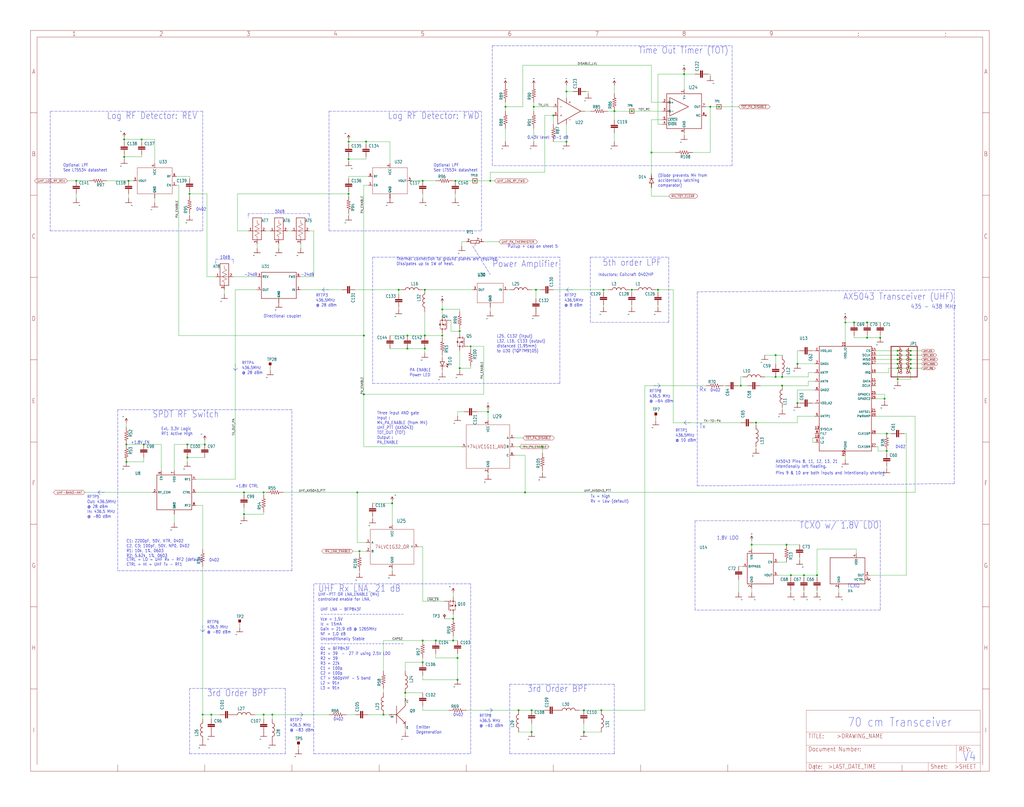
<source format=kicad_sch>
(kicad_sch (version 20211123) (generator eeschema)
  (paper "User" 596.9 470.306)
  (junction (at 266.7 383.54))
  (junction (at 330.2 53.34))
  (junction (at 431.8 224.79))
  (junction (at 274.32 201.93))
  (junction (at 368.3 168.91))
  (junction (at 523.24 212.09))
  (junction (at 309.88 426.72))
  (junction (at 523.24 220.98))
  (junction (at 461.01 335.28))
  (junction (at 438.15 317.5))
  (junction (at 257.81 195.58))
  (junction (at 492.76 187.96))
  (junction (at 212.09 229.87))
  (junction (at 530.86 212.09))
  (junction (at 285.75 105.41))
  (junction (at 322.58 67.31))
  (junction (at 530.86 207.01))
  (junction (at 73.66 269.24))
  (junction (at 203.2 82.55))
  (junction (at 464.82 234.95))
  (junction (at 530.86 214.63))
  (junction (at 153.67 416.56))
  (junction (at 267.97 214.63))
  (junction (at 237.49 203.2))
  (junction (at 316.23 260.35))
  (junction (at 72.39 91.44))
  (junction (at 530.86 209.55))
  (junction (at 257.81 180.34))
  (junction (at 247.65 195.58))
  (junction (at 523.24 204.47))
  (junction (at 247.65 203.2))
  (junction (at 73.66 259.08))
  (junction (at 309.88 414.02))
  (junction (at 398.78 43.18))
  (junction (at 476.25 335.28))
  (junction (at 82.55 81.28))
  (junction (at 203.2 113.03))
  (junction (at 515.62 232.41))
  (junction (at 312.42 168.91))
  (junction (at 223.52 416.56))
  (junction (at 265.43 105.41))
  (junction (at 505.46 196.85))
  (junction (at 383.54 168.91))
  (junction (at 414.02 62.23))
  (junction (at 236.22 403.86))
  (junction (at 302.26 414.02))
  (junction (at 497.84 187.96))
  (junction (at 213.36 82.55))
  (junction (at 468.63 335.28))
  (junction (at 452.12 207.01))
  (junction (at 368.3 64.77))
  (junction (at 523.24 214.63))
  (junction (at 74.93 105.41))
  (junction (at 232.41 168.91))
  (junction (at 294.64 62.23))
  (junction (at 254 373.38))
  (junction (at 440.69 246.38))
  (junction (at 419.1 62.23))
  (junction (at 266.7 396.24))
  (junction (at 523.24 209.55))
  (junction (at 330.2 82.55))
  (junction (at 237.49 195.58))
  (junction (at 228.6 293.37))
  (junction (at 530.86 204.47))
  (junction (at 513.08 196.85))
  (junction (at 523.24 207.01))
  (junction (at 153.67 287.02))
  (junction (at 44.45 105.41))
  (junction (at 340.36 426.72))
  (junction (at 118.11 416.56))
  (junction (at 464.82 212.09))
  (junction (at 246.38 105.41))
  (junction (at 110.49 113.03))
  (junction (at 516.89 262.89))
  (junction (at 142.24 299.72))
  (junction (at 209.55 321.31))
  (junction (at 358.14 64.77))
  (junction (at 212.09 195.58))
  (junction (at 379.73 88.9))
  (junction (at 452.12 219.71))
  (junction (at 350.52 414.02))
  (junction (at 158.75 416.56))
  (junction (at 109.22 259.08))
  (junction (at 516.89 252.73))
  (junction (at 267.97 193.04))
  (junction (at 455.93 219.71))
  (junction (at 119.38 259.08))
  (junction (at 458.47 317.5))
  (junction (at 311.15 62.23))
  (junction (at 203.2 92.71))
  (junction (at 276.86 105.41))
  (junction (at 455.93 224.79))
  (junction (at 246.38 373.38))
  (junction (at 247.65 168.91))
  (junction (at 264.16 373.38))
  (junction (at 351.79 168.91))
  (junction (at 246.38 386.08))
  (junction (at 306.07 287.02))
  (junction (at 109.22 266.7))
  (junction (at 123.19 416.56))
  (junction (at 284.48 240.03))
  (junction (at 83.82 259.08))
  (junction (at 142.24 287.02))
  (junction (at 264.16 360.68))
  (junction (at 208.28 287.02))
  (junction (at 72.39 81.28))
  (junction (at 340.36 414.02))
  (junction (at 505.46 187.96))
  (wire (pts (xy 175.26 161.29) (xy 182.88 161.29)))
  (wire (pts (xy 492.76 265.43) (xy 492.76 267.97)))
  (wire (pts (xy 209.55 322.58) (xy 209.55 321.31)))
  (polyline (pts (xy 344.17 149.86) (xy 389.89 149.86)))
  (wire (pts (xy 523.24 204.47) (xy 530.86 204.47)))
  (wire (pts (xy 275.59 168.91) (xy 247.65 168.91)))
  (wire (pts (xy 455.93 224.79) (xy 471.17 224.79)))
  (wire (pts (xy 473.71 257.81) (xy 474.98 257.81)))
  (wire (pts (xy 516.89 262.89) (xy 516.89 264.16)))
  (wire (pts (xy 83.82 266.7) (xy 83.82 269.24)))
  (wire (pts (xy 246.38 414.02) (xy 261.62 414.02)))
  (polyline (pts (xy 170.18 332.74) (xy 170.18 238.76)))
  (wire (pts (xy 340.36 414.02) (xy 350.52 414.02)))
  (wire (pts (xy 510.54 212.09) (xy 523.24 212.09)))
  (wire (pts (xy 236.22 403.86) (xy 246.38 403.86)))
  (wire (pts (xy 267.97 193.04) (xy 267.97 194.31)))
  (wire (pts (xy 119.38 256.54) (xy 119.38 259.08)))
  (polyline (pts (xy 426.72 26.67) (xy 426.72 96.52)))
  (wire (pts (xy 101.6 274.32) (xy 101.6 259.08)))
  (wire (pts (xy 452.12 219.71) (xy 445.77 219.71)))
  (wire (pts (xy 137.16 279.4) (xy 114.3 279.4)))
  (wire (pts (xy 142.24 300.99) (xy 142.24 299.72)))
  (wire (pts (xy 138.43 134.62) (xy 138.43 113.03)))
  (wire (pts (xy 295.91 168.91) (xy 297.18 168.91)))
  (wire (pts (xy 265.43 105.41) (xy 264.16 105.41)))
  (wire (pts (xy 130.81 171.45) (xy 130.81 168.91)))
  (wire (pts (xy 120.65 113.03) (xy 120.65 161.29)))
  (wire (pts (xy 452.12 219.71) (xy 455.93 219.71)))
  (wire (pts (xy 386.08 64.77) (xy 368.3 64.77)))
  (wire (pts (xy 383.54 72.39) (xy 383.54 43.18)))
  (wire (pts (xy 309.88 414.02) (xy 302.26 414.02)))
  (wire (pts (xy 82.55 91.44) (xy 82.55 90.17)))
  (wire (pts (xy 358.14 64.77) (xy 358.14 69.85)))
  (wire (pts (xy 281.94 229.87) (xy 281.94 201.93)))
  (wire (pts (xy 340.995 64.77) (xy 344.17 64.77)))
  (wire (pts (xy 203.2 81.28) (xy 203.2 82.55)))
  (wire (pts (xy 382.27 245.11) (xy 382.27 243.84)))
  (wire (pts (xy 153.67 287.02) (xy 154.94 287.02)))
  (polyline (pts (xy 384.81 224.79) (xy 383.54 226.06)))
  (wire (pts (xy 294.64 62.23) (xy 294.64 64.77)))
  (polyline (pts (xy 285.75 412.75) (xy 287.02 414.02)))
  (wire (pts (xy 266.7 396.24) (xy 266.7 383.54)))
  (wire (pts (xy 505.46 195.58) (xy 505.46 196.85)))
  (wire (pts (xy 203.2 113.03) (xy 203.2 111.76)))
  (polyline (pts (xy 405.13 355.6) (xy 405.13 303.53)))
  (polyline (pts (xy 556.26 281.94) (xy 556.26 168.91)))
  (wire (pts (xy 311.15 62.23) (xy 311.15 64.77)))
  (wire (pts (xy 82.55 81.28) (xy 90.17 81.28)))
  (wire (pts (xy 49.53 287.02) (xy 88.9 287.02)))
  (wire (pts (xy 247.65 205.74) (xy 247.65 203.2)))
  (polyline (pts (xy 182.88 439.42) (xy 274.32 439.42)))
  (wire (pts (xy 285.75 100.33) (xy 285.75 105.41)))
  (wire (pts (xy 476.25 336.55) (xy 476.25 335.28)))
  (wire (pts (xy 118.11 330.2) (xy 118.11 416.56)))
  (wire (pts (xy 316.23 264.16) (xy 316.23 260.35)))
  (wire (pts (xy 299.72 265.43) (xy 306.07 265.43)))
  (wire (pts (xy 213.36 82.55) (xy 213.36 83.82)))
  (polyline (pts (xy 191.77 134.62) (xy 191.77 64.77)))
  (wire (pts (xy 510.54 252.73) (xy 516.89 252.73)))
  (wire (pts (xy 523.24 217.17) (xy 523.24 220.98)))
  (wire (pts (xy 264.16 358.14) (xy 264.16 360.68)))
  (wire (pts (xy 398.78 78.74) (xy 398.78 77.47)))
  (polyline (pts (xy 118.11 134.62) (xy 118.11 64.77)))
  (wire (pts (xy 438.15 342.9) (xy 438.15 345.44)))
  (wire (pts (xy 285.75 105.41) (xy 288.29 105.41)))
  (wire (pts (xy 386.08 72.39) (xy 383.54 72.39)))
  (wire (pts (xy 104.14 107.95) (xy 104.14 195.58)))
  (wire (pts (xy 175.26 144.78) (xy 175.26 142.24)))
  (wire (pts (xy 44.45 105.41) (xy 52.07 105.41)))
  (wire (pts (xy 350.52 414.02) (xy 375.92 414.02)))
  (wire (pts (xy 414.02 62.23) (xy 414.02 88.9)))
  (polyline (pts (xy 135.89 151.13) (xy 135.89 153.67)))
  (wire (pts (xy 518.16 217.17) (xy 518.16 214.63)))
  (wire (pts (xy 530.86 204.47) (xy 537.21 204.47)))
  (wire (pts (xy 284.48 276.86) (xy 284.48 275.59)))
  (wire (pts (xy 109.22 266.7) (xy 109.22 269.24)))
  (wire (pts (xy 452.12 212.09) (xy 452.12 207.01)))
  (wire (pts (xy 435.61 224.79) (xy 431.8 224.79)))
  (wire (pts (xy 386.08 69.85) (xy 379.73 69.85)))
  (polyline (pts (xy 110.49 439.42) (xy 166.37 439.42)))
  (wire (pts (xy 232.41 171.45) (xy 232.41 168.91)))
  (wire (pts (xy 137.16 279.4) (xy 137.16 168.91)))
  (polyline (pts (xy 389.89 187.96) (xy 344.17 187.96)))
  (wire (pts (xy 518.16 214.63) (xy 523.24 214.63)))
  (wire (pts (xy 110.49 111.76) (xy 110.49 113.03)))
  (wire (pts (xy 461.01 344.17) (xy 461.01 345.44)))
  (wire (pts (xy 247.65 195.58) (xy 247.65 181.61)))
  (wire (pts (xy 322.58 82.55) (xy 330.2 82.55)))
  (polyline (pts (xy 398.78 246.38) (xy 400.05 245.11)))
  (wire (pts (xy 358.14 54.61) (xy 358.14 49.53)))
  (wire (pts (xy 201.93 416.56) (xy 207.01 416.56)))
  (wire (pts (xy 101.6 304.8) (xy 101.6 299.72)))
  (wire (pts (xy 157.48 215.9) (xy 157.48 214.63)))
  (wire (pts (xy 274.32 214.63) (xy 267.97 214.63)))
  (wire (pts (xy 304.8 38.1) (xy 304.8 62.23)))
  (wire (pts (xy 110.49 113.03) (xy 120.65 113.03)))
  (wire (pts (xy 246.38 396.24) (xy 266.7 396.24)))
  (wire (pts (xy 430.53 337.82) (xy 430.53 345.44)))
  (wire (pts (xy 257.81 195.58) (xy 257.81 196.85)))
  (wire (pts (xy 411.48 62.23) (xy 414.02 62.23)))
  (wire (pts (xy 227.33 195.58) (xy 237.49 195.58)))
  (wire (pts (xy 302.26 426.72) (xy 309.88 426.72)))
  (wire (pts (xy 109.22 259.08) (xy 119.38 259.08)))
  (polyline (pts (xy 326.39 149.86) (xy 217.17 149.86)))
  (wire (pts (xy 433.07 330.2) (xy 430.53 330.2)))
  (wire (pts (xy 180.34 134.62) (xy 182.88 134.62)))
  (wire (pts (xy 530.86 220.98) (xy 523.24 220.98)))
  (wire (pts (xy 379.73 88.9) (xy 393.7 88.9)))
  (wire (pts (xy 438.15 317.5) (xy 438.15 320.04)))
  (polyline (pts (xy 513.08 303.53) (xy 513.08 355.6)))
  (wire (pts (xy 213.36 92.71) (xy 203.2 92.71)))
  (wire (pts (xy 243.84 318.77) (xy 246.38 318.77)))
  (wire (pts (xy 153.67 288.29) (xy 153.67 287.02)))
  (wire (pts (xy 382.27 168.91) (xy 383.54 168.91)))
  (wire (pts (xy 322.58 67.31) (xy 317.5 67.31)))
  (wire (pts (xy 110.49 102.87) (xy 102.87 102.87)))
  (wire (pts (xy 440.69 260.35) (xy 440.69 261.62)))
  (polyline (pts (xy 383.54 223.52) (xy 384.81 224.79)))
  (wire (pts (xy 153.67 299.72) (xy 142.24 299.72)))
  (wire (pts (xy 264.16 370.84) (xy 264.16 373.38)))
  (wire (pts (xy 203.2 114.3) (xy 203.2 113.03)))
  (wire (pts (xy 208.28 287.02) (xy 165.1 287.02)))
  (wire (pts (xy 398.78 41.91) (xy 398.78 43.18)))
  (polyline (pts (xy 406.4 170.18) (xy 406.4 283.21)))
  (wire (pts (xy 217.17 300.99) (xy 217.17 302.26)))
  (wire (pts (xy 527.05 252.73) (xy 528.32 252.73)))
  (wire (pts (xy 237.49 203.2) (xy 227.33 203.2)))
  (polyline (pts (xy 344.17 187.96) (xy 344.17 149.86)))
  (wire (pts (xy 246.38 373.38) (xy 254 373.38)))
  (wire (pts (xy 398.78 43.18) (xy 398.78 52.07)))
  (wire (pts (xy 102.87 107.95) (xy 104.14 107.95)))
  (polyline (pts (xy 175.26 415.29) (xy 176.53 416.56)))
  (wire (pts (xy 505.46 187.96) (xy 513.08 187.96)))
  (wire (pts (xy 499.11 320.04) (xy 476.25 320.04)))
  (wire (pts (xy 405.13 43.18) (xy 398.78 43.18)))
  (wire (pts (xy 120.65 161.29) (xy 125.73 161.29)))
  (wire (pts (xy 330.2 82.55) (xy 330.2 72.39)))
  (polyline (pts (xy 358.14 398.78) (xy 297.18 398.78)))
  (wire (pts (xy 109.22 259.08) (xy 101.6 259.08)))
  (wire (pts (xy 72.39 82.55) (xy 72.39 81.28)))
  (wire (pts (xy 142.24 299.72) (xy 142.24 295.91)))
  (polyline (pts (xy 331.47 170.18) (xy 330.2 168.91)))
  (polyline (pts (xy 280.67 134.62) (xy 280.67 64.77)))
  (wire (pts (xy 334.01 53.34) (xy 330.2 53.34)))
  (polyline (pts (xy 297.18 439.42) (xy 358.14 439.42)))
  (polyline (pts (xy 119.38 367.03) (xy 118.11 368.3)))
  (wire (pts (xy 214.63 416.56) (xy 223.52 416.56)))
  (wire (pts (xy 267.97 191.77) (xy 267.97 193.04)))
  (polyline (pts (xy 137.16 215.9) (xy 135.89 214.63)))
  (wire (pts (xy 523.24 212.09) (xy 530.86 212.09)))
  (wire (pts (xy 440.69 246.38) (xy 440.69 247.65)))
  (wire (pts (xy 118.11 416.56) (xy 118.11 419.1)))
  (wire (pts (xy 246.38 105.41) (xy 254 105.41)))
  (wire (pts (xy 157.48 134.62) (xy 154.94 134.62)))
  (wire (pts (xy 82.55 81.28) (xy 82.55 82.55)))
  (wire (pts (xy 257.81 215.9) (xy 257.81 217.17)))
  (wire (pts (xy 44.45 113.03) (xy 44.45 115.57)))
  (wire (pts (xy 453.39 335.28) (xy 461.01 335.28)))
  (wire (pts (xy 77.47 105.41) (xy 74.93 105.41)))
  (wire (pts (xy 144.78 134.62) (xy 138.43 134.62)))
  (wire (pts (xy 135.89 161.29) (xy 149.86 161.29)))
  (wire (pts (xy 278.13 240.03) (xy 284.48 240.03)))
  (wire (pts (xy 123.19 416.56) (xy 118.11 416.56)))
  (polyline (pts (xy 68.58 238.76) (xy 68.58 332.74)))
  (wire (pts (xy 317.5 100.33) (xy 285.75 100.33)))
  (wire (pts (xy 173.99 436.88) (xy 173.99 435.61)))
  (wire (pts (xy 311.15 62.23) (xy 322.58 62.23)))
  (wire (pts (xy 511.81 260.35) (xy 511.81 262.89)))
  (wire (pts (xy 528.32 252.73) (xy 528.32 335.28)))
  (wire (pts (xy 271.78 414.02) (xy 302.26 414.02)))
  (wire (pts (xy 375.92 414.02) (xy 375.92 224.79)))
  (wire (pts (xy 421.64 224.79) (xy 422.91 224.79)))
  (wire (pts (xy 528.32 335.28) (xy 506.73 335.28)))
  (polyline (pts (xy 405.13 303.53) (xy 513.08 303.53)))
  (wire (pts (xy 269.24 140.97) (xy 271.78 140.97)))
  (polyline (pts (xy 556.26 168.91) (xy 406.4 170.18)))
  (wire (pts (xy 322.58 72.39) (xy 322.58 67.31)))
  (wire (pts (xy 203.2 82.55) (xy 213.36 82.55)))
  (wire (pts (xy 246.38 393.7) (xy 246.38 396.24)))
  (wire (pts (xy 158.75 416.56) (xy 158.75 419.1)))
  (wire (pts (xy 383.54 43.18) (xy 398.78 43.18)))
  (polyline (pts (xy 60.96 287.02) (xy 57.15 287.02)))
  (wire (pts (xy 439.42 246.38) (xy 440.69 246.38)))
  (wire (pts (xy 497.84 187.96) (xy 505.46 187.96)))
  (wire (pts (xy 412.75 43.18) (xy 414.02 43.18)))
  (wire (pts (xy 236.22 391.16) (xy 236.22 386.08)))
  (polyline (pts (xy 187.96 168.91) (xy 189.23 167.64)))
  (polyline (pts (xy 334.01 168.91) (xy 330.2 168.91)))
  (wire (pts (xy 267.97 193.04) (xy 262.89 193.04)))
  (wire (pts (xy 474.98 212.09) (xy 464.82 212.09)))
  (wire (pts (xy 510.54 229.87) (xy 515.62 229.87)))
  (wire (pts (xy 199.39 168.91) (xy 175.26 168.91)))
  (wire (pts (xy 471.17 222.25) (xy 474.98 222.25)))
  (wire (pts (xy 431.8 246.38) (xy 392.43 246.38)))
  (wire (pts (xy 236.22 424.18) (xy 236.22 426.72)))
  (wire (pts (xy 438.15 314.96) (xy 438.15 317.5)))
  (wire (pts (xy 510.54 260.35) (xy 511.81 260.35)))
  (wire (pts (xy 72.39 81.28) (xy 82.55 81.28)))
  (wire (pts (xy 228.6 332.74) (xy 228.6 331.47)))
  (wire (pts (xy 158.75 416.56) (xy 191.77 416.56)))
  (wire (pts (xy 246.38 411.48) (xy 246.38 414.02)))
  (wire (pts (xy 208.28 316.23) (xy 208.28 287.02)))
  (wire (pts (xy 368.3 168.91) (xy 368.3 170.18)))
  (wire (pts (xy 149.86 168.91) (xy 137.16 168.91)))
  (wire (pts (xy 510.54 204.47) (xy 523.24 204.47)))
  (polyline (pts (xy 274.32 340.36) (xy 182.88 340.36)))
  (wire (pts (xy 208.28 287.02) (xy 306.07 287.02)))
  (wire (pts (xy 257.81 176.53) (xy 257.81 180.34)))
  (wire (pts (xy 162.56 144.78) (xy 162.56 142.24)))
  (wire (pts (xy 510.54 232.41) (xy 515.62 232.41)))
  (wire (pts (xy 223.52 401.32) (xy 223.52 403.86)))
  (wire (pts (xy 350.52 426.72) (xy 340.36 426.72)))
  (wire (pts (xy 511.81 262.89) (xy 516.89 262.89)))
  (wire (pts (xy 369.57 168.91) (xy 368.3 168.91)))
  (wire (pts (xy 379.73 114.3) (xy 389.89 114.3)))
  (wire (pts (xy 513.08 195.58) (xy 513.08 196.85)))
  (wire (pts (xy 223.52 416.56) (xy 228.6 416.56)))
  (wire (pts (xy 322.58 168.91) (xy 351.79 168.91)))
  (wire (pts (xy 72.39 91.44) (xy 82.55 91.44)))
  (wire (pts (xy 274.32 201.93) (xy 281.94 201.93)))
  (polyline (pts (xy 180.34 124.46) (xy 144.78 124.46)))
  (wire (pts (xy 149.86 144.78) (xy 149.86 142.24)))
  (polyline (pts (xy 125.73 151.13) (xy 135.89 151.13)))
  (polyline (pts (xy 217.17 149.86) (xy 217.17 223.52)))
  (polyline (pts (xy 406.4 283.21) (xy 556.26 281.94)))
  (polyline (pts (xy 58.42 288.29) (xy 57.15 287.02)))
  (polyline (pts (xy 287.02 414.02) (xy 285.75 415.29)))
  (wire (pts (xy 455.93 207.01) (xy 452.12 207.01)))
  (polyline (pts (xy 389.89 149.86) (xy 389.89 187.96)))
  (wire (pts (xy 276.86 105.41) (xy 285.75 105.41)))
  (polyline (pts (xy 57.15 287.02) (xy 58.42 285.75)))
  (wire (pts (xy 223.52 373.38) (xy 246.38 373.38)))
  (wire (pts (xy 379.73 102.87) (xy 379.73 88.9)))
  (wire (pts (xy 471.17 219.71) (xy 455.93 219.71)))
  (wire (pts (xy 142.24 287.02) (xy 142.24 288.29)))
  (wire (pts (xy 110.49 113.03) (xy 110.49 114.3)))
  (wire (pts (xy 83.82 259.08) (xy 73.66 259.08)))
  (wire (pts (xy 383.54 168.91) (xy 383.54 170.18)))
  (wire (pts (xy 93.98 259.08) (xy 83.82 259.08)))
  (wire (pts (xy 273.05 201.93) (xy 274.32 201.93)))
  (wire (pts (xy 473.71 204.47) (xy 474.98 204.47)))
  (wire (pts (xy 228.6 292.1) (xy 228.6 293.37)))
  (wire (pts (xy 270.51 240.03) (xy 266.7 240.03)))
  (wire (pts (xy 351.79 168.91) (xy 351.79 170.18)))
  (wire (pts (xy 368.3 179.07) (xy 368.3 177.8)))
  (wire (pts (xy 354.33 64.77) (xy 358.14 64.77)))
  (wire (pts (xy 265.43 105.41) (xy 276.86 105.41)))
  (wire (pts (xy 236.22 386.08) (xy 246.38 386.08)))
  (wire (pts (xy 471.17 224.79) (xy 471.17 222.25)))
  (wire (pts (xy 246.38 318.77) (xy 246.38 350.52)))
  (wire (pts (xy 240.03 105.41) (xy 246.38 105.41)))
  (wire (pts (xy 306.07 287.02) (xy 533.4 287.02)))
  (wire (pts (xy 433.07 219.71) (xy 431.8 219.71)))
  (polyline (pts (xy 513.08 355.6) (xy 405.13 355.6)))
  (wire (pts (xy 533.4 287.02) (xy 533.4 242.57)))
  (wire (pts (xy 148.59 416.56) (xy 153.67 416.56)))
  (wire (pts (xy 266.7 383.54) (xy 266.7 381)))
  (polyline (pts (xy 287.02 26.67) (xy 426.72 26.67)))
  (wire (pts (xy 383.54 179.07) (xy 383.54 177.8)))
  (wire (pts (xy 254 383.54) (xy 254 381)))
  (wire (pts (xy 414.02 62.23) (xy 419.1 62.23)))
  (wire (pts (xy 488.95 342.9) (xy 488.95 345.44)))
  (polyline (pts (xy 137.16 212.09) (xy 137.16 215.9)))
  (polyline (pts (xy 191.77 64.77) (xy 280.67 64.77)))
  (polyline (pts (xy 326.39 223.52) (xy 326.39 149.86)))
  (wire (pts (xy 237.49 195.58) (xy 247.65 195.58)))
  (wire (pts (xy 510.54 207.01) (xy 523.24 207.01)))
  (wire (pts (xy 203.2 82.55) (xy 203.2 83.82)))
  (wire (pts (xy 464.82 212.09) (xy 464.82 204.47)))
  (wire (pts (xy 269.24 143.51) (xy 269.24 140.97)))
  (wire (pts (xy 209.55 334.01) (xy 209.55 332.74)))
  (wire (pts (xy 515.62 229.87) (xy 515.62 232.41)))
  (wire (pts (xy 123.19 419.1) (xy 123.19 416.56)))
  (polyline (pts (xy 166.37 401.32) (xy 110.49 401.32)))
  (wire (pts (xy 431.8 224.79) (xy 430.53 224.79)))
  (polyline (pts (xy 330.2 168.91) (xy 331.47 167.64)))
  (wire (pts (xy 266.7 383.54) (xy 254 383.54)))
  (wire (pts (xy 203.2 102.87) (xy 214.63 102.87)))
  (polyline (pts (xy 400.05 247.65) (xy 398.78 246.38)))
  (wire (pts (xy 203.2 125.73) (xy 203.2 124.46)))
  (wire (pts (xy 523.24 207.01) (xy 530.86 207.01)))
  (wire (pts (xy 274.32 203.2) (xy 274.32 201.93)))
  (wire (pts (xy 497.84 196.85) (xy 505.46 196.85)))
  (wire (pts (xy 212.09 107.95) (xy 214.63 107.95)))
  (wire (pts (xy 213.36 91.44) (xy 213.36 92.71)))
  (wire (pts (xy 474.98 217.17) (xy 471.17 217.17)))
  (wire (pts (xy 440.69 246.38) (xy 464.82 246.38)))
  (wire (pts (xy 205.74 321.31) (xy 209.55 321.31)))
  (wire (pts (xy 281.94 140.97) (xy 290.83 140.97)))
  (wire (pts (xy 294.64 74.93) (xy 294.64 82.55)))
  (wire (pts (xy 473.71 234.95) (xy 474.98 234.95)))
  (wire (pts (xy 110.49 104.14) (xy 110.49 102.87)))
  (wire (pts (xy 505.46 196.85) (xy 513.08 196.85)))
  (wire (pts (xy 74.93 113.03) (xy 74.93 115.57)))
  (wire (pts (xy 379.73 59.69) (xy 379.73 38.1)))
  (polyline (pts (xy 166.37 439.42) (xy 166.37 401.32)))
  (wire (pts (xy 72.39 92.71) (xy 72.39 91.44)))
  (wire (pts (xy 464.82 204.47) (xy 466.09 204.47)))
  (wire (pts (xy 311.15 82.55) (xy 311.15 74.93)))
  (wire (pts (xy 455.93 238.76) (xy 455.93 237.49)))
  (wire (pts (xy 431.8 219.71) (xy 431.8 224.79)))
  (wire (pts (xy 379.73 107.95) (xy 379.73 114.3)))
  (wire (pts (xy 247.65 195.58) (xy 257.81 195.58)))
  (wire (pts (xy 330.2 53.34) (xy 330.2 57.15)))
  (wire (pts (xy 223.52 391.16) (xy 223.52 373.38)))
  (wire (pts (xy 455.93 224.79) (xy 443.23 224.79)))
  (wire (pts (xy 259.08 350.52) (xy 246.38 350.52)))
  (wire (pts (xy 497.84 195.58) (xy 497.84 196.85)))
  (polyline (pts (xy 402.59 246.38) (xy 398.78 246.38)))
  (wire (pts (xy 285.75 181.61) (xy 285.75 179.07)))
  (wire (pts (xy 492.76 186.69) (xy 492.76 187.96)))
  (wire (pts (xy 203.2 104.14) (xy 203.2 102.87)))
  (wire (pts (xy 330.2 49.53) (xy 330.2 53.34)))
  (wire (pts (xy 294.64 59.69) (xy 294.64 62.23)))
  (wire (pts (xy 445.77 207.01) (xy 452.12 207.01)))
  (wire (pts (xy 354.33 168.91) (xy 351.79 168.91)))
  (wire (pts (xy 510.54 217.17) (xy 518.16 217.17)))
  (polyline (pts (xy 172.72 416.56) (xy 176.53 416.56)))
  (wire (pts (xy 232.41 180.34) (xy 232.41 179.07)))
  (wire (pts (xy 530.86 214.63) (xy 537.21 214.63)))
  (wire (pts (xy 464.82 242.57) (xy 474.98 242.57)))
  (wire (pts (xy 233.68 168.91) (xy 232.41 168.91)))
  (wire (pts (xy 358.14 77.47) (xy 358.14 82.55)))
  (wire (pts (xy 257.81 180.34) (xy 257.81 184.15)))
  (wire (pts (xy 227.33 82.55) (xy 227.33 95.25)))
  (wire (pts (xy 212.09 229.87) (xy 212.09 195.58)))
  (polyline (pts (xy 217.17 223.52) (xy 326.39 223.52)))
  (wire (pts (xy 523.24 214.63) (xy 530.86 214.63)))
  (wire (pts (xy 212.09 195.58) (xy 104.14 195.58)))
  (polyline (pts (xy 191.77 134.62) (xy 280.67 134.62)))
  (wire (pts (xy 90.17 115.57) (xy 90.17 118.11)))
  (wire (pts (xy 259.08 360.68) (xy 264.16 360.68)))
  (wire (pts (xy 264.16 373.38) (xy 266.7 373.38)))
  (wire (pts (xy 309.88 168.91) (xy 312.42 168.91)))
  (wire (pts (xy 281.94 229.87) (xy 212.09 229.87)))
  (wire (pts (xy 312.42 173.99) (xy 312.42 168.91)))
  (wire (pts (xy 530.86 217.17) (xy 530.86 220.98)))
  (wire (pts (xy 254 373.38) (xy 264.16 373.38)))
  (wire (pts (xy 153.67 419.1) (xy 153.67 416.56)))
  (wire (pts (xy 358.14 64.77) (xy 368.3 64.77)))
  (wire (pts (xy 468.63 344.17) (xy 468.63 345.44)))
  (wire (pts (xy 466.09 234.95) (xy 464.82 234.95)))
  (wire (pts (xy 306.07 265.43) (xy 306.07 287.02)))
  (polyline (pts (xy 287.02 96.52) (xy 287.02 26.67)))
  (polyline (pts (xy 125.73 153.67) (xy 125.73 151.13)))
  (wire (pts (xy 392.43 246.38) (xy 392.43 168.91)))
  (wire (pts (xy 262.89 186.69) (xy 262.89 193.04)))
  (wire (pts (xy 523.24 209.55) (xy 530.86 209.55)))
  (wire (pts (xy 212.09 107.95) (xy 212.09 195.58)))
  (wire (pts (xy 510.54 209.55) (xy 523.24 209.55)))
  (polyline (pts (xy 118.11 368.3) (xy 116.84 367.03)))
  (wire (pts (xy 266.7 240.03) (xy 266.7 242.57)))
  (wire (pts (xy 170.18 134.62) (xy 167.64 134.62)))
  (polyline (pts (xy 297.18 398.78) (xy 297.18 439.42)))
  (wire (pts (xy 257.81 207.01) (xy 257.81 208.28)))
  (wire (pts (xy 110.49 124.46) (xy 110.49 125.73)))
  (wire (pts (xy 246.38 383.54) (xy 246.38 386.08)))
  (wire (pts (xy 530.86 212.09) (xy 537.21 212.09)))
  (wire (pts (xy 337.82 414.02) (xy 340.36 414.02)))
  (wire (pts (xy 209.55 321.31) (xy 213.36 321.31)))
  (wire (pts (xy 153.67 416.56) (xy 158.75 416.56)))
  (wire (pts (xy 153.67 287.02) (xy 142.24 287.02)))
  (wire (pts (xy 309.88 426.72) (xy 309.88 421.64)))
  (wire (pts (xy 379.73 59.69) (xy 386.08 59.69)))
  (wire (pts (xy 383.54 168.91) (xy 392.43 168.91)))
  (wire (pts (xy 379.73 69.85) (xy 379.73 88.9)))
  (wire (pts (xy 267.97 180.34) (xy 267.97 181.61)))
  (wire (pts (xy 142.24 287.02) (xy 114.3 287.02)))
  (polyline (pts (xy 189.23 170.18) (xy 187.96 168.91)))
  (wire (pts (xy 284.48 240.03) (xy 284.48 245.11)))
  (wire (pts (xy 474.98 255.27) (xy 473.71 255.27)))
  (wire (pts (xy 265.43 115.57) (xy 265.43 113.03)))
  (polyline (pts (xy 138.43 214.63) (xy 137.16 215.9)))
  (wire (pts (xy 304.8 62.23) (xy 294.64 62.23)))
  (wire (pts (xy 476.25 335.28) (xy 468.63 335.28)))
  (wire (pts (xy 458.47 317.5) (xy 438.15 317.5)))
  (wire (pts (xy 203.2 92.71) (xy 203.2 91.44)))
  (wire (pts (xy 257.81 180.34) (xy 267.97 180.34)))
  (polyline (pts (xy 180.34 124.46) (xy 180.34 127)))
  (wire (pts (xy 73.66 248.92) (xy 73.66 246.38)))
  (wire (pts (xy 341.63 53.34) (xy 342.9 53.34)))
  (wire (pts (xy 128.27 416.56) (xy 123.19 416.56)))
  (wire (pts (xy 212.09 229.87) (xy 212.09 260.35)))
  (wire (pts (xy 516.89 252.73) (xy 519.43 252.73)))
  (wire (pts (xy 267.97 215.9) (xy 267.97 214.63)))
  (wire (pts (xy 119.38 266.7) (xy 109.22 266.7)))
  (wire (pts (xy 533.4 242.57) (xy 510.54 242.57)))
  (wire (pts (xy 351.79 179.07) (xy 351.79 177.8)))
  (polyline (pts (xy 110.49 401.32) (xy 110.49 439.42)))
  (wire (pts (xy 74.93 105.41) (xy 62.23 105.41)))
  (wire (pts (xy 499.11 322.58) (xy 499.11 320.04)))
  (wire (pts (xy 213.36 82.55) (xy 227.33 82.55)))
  (polyline (pts (xy 118.11 64.77) (xy 29.21 64.77)))
  (wire (pts (xy 311.15 59.69) (xy 311.15 62.23)))
  (wire (pts (xy 466.09 317.5) (xy 458.47 317.5)))
  (wire (pts (xy 340.36 426.72) (xy 340.36 421.64)))
  (wire (pts (xy 118.11 294.64) (xy 118.11 320.04)))
  (polyline (pts (xy 426.72 96.52) (xy 287.02 96.52)))
  (wire (pts (xy 317.5 414.02) (xy 309.88 414.02)))
  (wire (pts (xy 464.82 227.33) (xy 464.82 234.95)))
  (wire (pts (xy 72.39 81.28) (xy 72.39 80.01)))
  (wire (pts (xy 530.86 207.01) (xy 537.21 207.01)))
  (wire (pts (xy 228.6 293.37) (xy 228.6 306.07)))
  (wire (pts (xy 267.97 214.63) (xy 267.97 204.47)))
  (wire (pts (xy 458.47 327.66) (xy 453.39 327.66)))
  (wire (pts (xy 461.01 335.28) (xy 461.01 336.55)))
  (wire (pts (xy 237.49 203.2) (xy 247.65 203.2)))
  (wire (pts (xy 468.63 336.55) (xy 468.63 335.28)))
  (wire (pts (xy 246.38 115.57) (xy 246.38 113.03)))
  (wire (pts (xy 492.76 187.96) (xy 497.84 187.96)))
  (polyline (pts (xy 144.78 124.46) (xy 144.78 127)))
  (wire (pts (xy 83.82 269.24) (xy 73.66 269.24)))
  (wire (pts (xy 139.7 365.76) (xy 139.7 364.49)))
  (polyline (pts (xy 29.21 64.77) (xy 29.21 134.62)))
  (polyline (pts (xy 381 224.79) (xy 384.81 224.79)))
  (wire (pts (xy 182.88 161.29) (xy 182.88 134.62)))
  (wire (pts (xy 468.63 335.28) (xy 461.01 335.28)))
  (wire (pts (xy 284.48 238.76) (xy 284.48 240.03)))
  (wire (pts (xy 114.3 294.64) (xy 118.11 294.64)))
  (wire (pts (xy 375.92 224.79) (xy 411.48 224.79)))
  (wire (pts (xy 232.41 168.91) (xy 207.01 168.91)))
  (wire (pts (xy 530.86 209.55) (xy 537.21 209.55)))
  (polyline (pts (xy 170.18 238.76) (xy 68.58 238.76)))
  (wire (pts (xy 403.86 88.9) (xy 414.02 88.9)))
  (wire (pts (xy 516.89 271.78) (xy 516.89 273.05)))
  (wire (pts (xy 471.17 217.17) (xy 471.17 219.71)))
  (wire (pts (xy 368.3 168.91) (xy 367.03 168.91)))
  (wire (pts (xy 304.8 255.27) (xy 299.72 255.27)))
  (wire (pts (xy 464.82 246.38) (xy 464.82 242.57)))
  (wire (pts (xy 213.36 316.23) (xy 208.28 316.23)))
  (wire (pts (xy 342.9 53.34) (xy 342.9 54.61)))
  (polyline (pts (xy 68.58 332.74) (xy 170.18 332.74)))
  (wire (pts (xy 299.72 260.35) (xy 316.23 260.35)))
  (wire (pts (xy 419.1 62.23) (xy 430.53 62.23)))
  (wire (pts (xy 414.02 43.18) (xy 414.02 44.45)))
  (wire (pts (xy 316.23 275.59) (xy 316.23 274.32)))
  (wire (pts (xy 379.73 38.1) (xy 304.8 38.1)))
  (wire (pts (xy 316.23 260.35) (xy 320.04 260.35)))
  (wire (pts (xy 476.25 320.04) (xy 476.25 335.28)))
  (wire (pts (xy 264.16 345.44) (xy 264.16 347.98)))
  (wire (pts (xy 476.25 344.17) (xy 476.25 345.44)))
  (wire (pts (xy 274.32 213.36) (xy 274.32 214.63)))
  (wire (pts (xy 93.98 274.32) (xy 93.98 259.08)))
  (wire (pts (xy 515.62 232.41) (xy 515.62 233.68)))
  (wire (pts (xy 72.39 91.44) (xy 72.39 90.17)))
  (polyline (pts (xy 29.21 134.62) (xy 118.11 134.62)))
  (polyline (pts (xy 182.88 340.36) (xy 182.88 439.42)))
  (wire (pts (xy 236.22 408.94) (xy 236.22 403.86)))
  (polyline (pts (xy 118.11 364.49) (xy 118.11 368.3)))
  (wire (pts (xy 217.17 293.37) (xy 228.6 293.37)))
  (polyline (pts (xy 176.53 416.56) (xy 175.26 417.83)))
  (wire (pts (xy 466.09 325.12) (xy 466.09 326.39)))
  (wire (pts (xy 203.2 113.03) (xy 138.43 113.03)))
  (wire (pts (xy 473.71 255.27) (xy 473.71 257.81)))
  (wire (pts (xy 153.67 298.45) (xy 153.67 299.72)))
  (wire (pts (xy 90.17 95.25) (xy 90.17 81.28)))
  (wire (pts (xy 312.42 168.91) (xy 314.96 168.91)))
  (wire (pts (xy 317.5 67.31) (xy 317.5 100.33)))
  (wire (pts (xy 474.98 227.33) (xy 464.82 227.33)))
  (wire (pts (xy 44.45 105.41) (xy 39.37 105.41)))
  (wire (pts (xy 247.65 168.91) (xy 246.38 168.91)))
  (wire (pts (xy 523.24 220.98) (xy 523.24 222.25)))
  (polyline (pts (xy 191.77 168.91) (xy 187.96 168.91)))
  (polyline (pts (xy 283.21 414.02) (xy 287.02 414.02)))
  (polyline (pts (xy 275.59 143.51) (xy 285.75 160.02)))
  (wire (pts (xy 492.76 199.39) (xy 492.76 187.96)))
  (polyline (pts (xy 358.14 439.42) (xy 358.14 398.78)))
  (wire (pts (xy 257.81 194.31) (xy 257.81 195.58)))
  (polyline (pts (xy 274.32 439.42) (xy 274.32 340.36)))
  (wire (pts (xy 269.24 260.35) (xy 212.09 260.35)))
  (wire (pts (xy 203.2 93.98) (xy 203.2 92.71)))
  (text "10dB" (at 128.27 151.13 180) (effects (font (size 1.778 1.5113)) (justify left bottom)))
  (text "CTRL = LO = UHF Rx - RF2 (default)\nCTRL = HI = UHF Tx - RF1" (at 73.66 330.2 180) (effects (font (size 1.778 1.5113)) (justify left bottom)))
  (text "V4" (at 561.086 444.246 180) (effects (font (size 5.08 4.318)) (justify left bottom)))
  (text "PA ENABLE\nPower LED" (at 238.76 219.71 180) (effects (font (size 1.778 1.5113)) (justify left bottom)))
  (text "RFTP4\n436.5MHz\n@ 28 dBm" (at 140.97 218.44 180) (effects (font (size 1.778 1.5113)) (justify left bottom)))
  (text "AX5043 Pins 8, 11, 12, 13, 21\nintentionally left floating." (at 452.12 273.05 180) (effects (font (size 1.778 1.5113)) (justify left bottom)))
  (text "TCXO w/ 1.8V LDO" (at 466.09 308.61 180) (effects (font (size 3.81 3.2385)) (justify left bottom)))
  (text "RFTP5\nOut: 436.5MHz\n@ 28 dBm\nIn: 436.5 MHz\n@ -80 dBm" (at 50.8 302.26 180) (effects (font (size 1.778 1.5113)) (justify left bottom)))
  (text "0402" (at 414.02 228.6 180) (effects (font (size 1.778 1.5113)) (justify left bottom)))
  (text "435 - 438 MHz" (at 530.86 180.34 180) (effects (font (size 2.54 2.159)) (justify left bottom)))
  (text "5th order LPF" (at 351.282 155.448 180) (effects (font (size 3.81 3.2385)) (justify left bottom)))
  (text "1.8V LDO" (at 417.83 314.96 180) (effects (font (size 2.159 1.8351)) (justify left bottom)))
  (text "Ext. 3.3V Logic\nRF1 Active High" (at 93.98 254 180) (effects (font (size 1.778 1.5113)) (justify left bottom)))
  (text "Tx = high\nRx = Low (default)" (at 344.17 293.37 180) (effects (font (size 1.778 1.5113)) (justify left bottom)))
  (text "RFTP8\n436.5 MHz\n@ -64 dBm" (at 378.46 234.95 180) (effects (font (size 1.778 1.5113)) (justify left bottom)))
  (text "Rx" (at 407.67 228.6 180) (effects (font (size 2.54 2.159)) (justify left bottom)))
  (text "RFTP7\n436.5 MHz\n@ -83 dBm" (at 168.91 426.72 180) (effects (font (size 1.778 1.5113)) (justify left bottom)))
  (text "Thermal connection to ground planes are required.\nDissipates up to 1W of heat." (at 231.14 154.94 180) (effects (font (size 1.778 1.5113)) (justify left bottom)))
  (text "L25, C132 (input)\nL32, L16, C133 (output)\ndistanced (1.95mm)\nto U30 (TQP7M9105)" (at 289.56 205.74 180) (effects (font (size 1.778 1.5113)) (justify left bottom)))
  (text "RFTP2\n436.5MHz\n@ 8 dBm" (at 328.93 179.07 180) (effects (font (size 1.778 1.5113)) (justify left bottom)))
  (text "UHF-PTT OR LNA_ENABLE (M4)\ncontrolled enable for LNA." (at 185.42 350.52 180) (effects (font (size 1.778 1.5113)) (justify left bottom)))
  (text "AX5043 Transceiver (UHF)" (at 491.49 175.26 180) (effects (font (size 3.81 3.2385)) (justify left bottom)))
  (text "Emitter\nDegeneration" (at 242.57 427.99 180) (effects (font (size 1.778 1.5113)) (justify left bottom)))
  (text "0402" (at 264.16 417.83 180) (effects (font (size 1.778 1.5113)) (justify left bottom)))
  (text "0402" (at 521.97 261.62 180) (effects (font (size 1.778 1.5113)) (justify left bottom)))
  (text "UHF LNA - BFP843F\n--------------------------\nVce = 1.5V\nIc = 15mA\nGain = 21.9 dB @ 1265MHz\nNF = 1.0 dB\nUnconditionally Stable\n--------------------------\nQ1 = BFP843F\nR1 = 39  -  27 if using 2.5V LDO\nR2 = 39\nR3 = 22k\nC1 = 100p\nC2 = 100p\nC7 = 560pVHF - S band\nL2 = 91n\nL3 = 91n" (at 186.69 354.33 180) (effects (font (size 1.778 1.5113)) (justify left top)))
  (text "+1.8V CTRL" (at 137.16 284.48 180) (effects (font (size 1.778 1.5113)) (justify left bottom)))
  (text "Tx" (at 407.67 250.19 180) (effects (font (size 2.54 2.159)) (justify left bottom)))
  (text "RFTP1\n436.5MHz\n@ 10 dBm" (at 393.7 257.81 180) (effects (font (size 1.778 1.5113)) (justify left bottom)))
  (text "70 cm Transceiver" (at 494.03 424.18 180) (effects (font (size 5.08 4.318)) (justify left bottom)))
  (text "3rd Order BPF" (at 120.65 406.4 180) (effects (font (size 3.81 3.2385)) (justify left bottom)))
  (text "C1: 2200pF, 50V, X7R, 0402\nC2, C3: 100pF, 50V, NP0, 0402\nR1: 10k, 1%, 0603\nR2: 5.62k, 1%, 0603" (at 73.66 325.12 180) (effects (font (size 1.778 1.5113)) (justify left bottom)))
  (text "SPDT RF Switch" (at 88.9 243.84 180) (effects (font (size 3.81 3.2385)) (justify left bottom)))
  (text "+1.8V EN" (at 76.2 259.08 180) (effects (font (size 1.778 1.5113)) (justify left bottom)))
  (text "0402" (at 194.31 420.37 180) (effects (font (size 1.778 1.5113)) (justify left bottom)))
  (text "0402" (at 121.92 327.66 180) (effects (font (size 1.778 1.5113)) (justify left bottom)))
  (text "Pins 9 & 10 are both inputs and intentionally shorted" (at 452.12 276.86 180) (effects (font (size 1.778 1.5113)) (justify left bottom)))
  (text "Three input AND gate\nInput :\nM4_PA_ENABLE (from M4)\nUHF_PTT (AX5043)\nTOT_OUT (TOT)\nOutput :\nPA_ENABLE" (at 219.71 259.08 180) (effects (font (size 1.778 1.5113)) (justify left bottom)))
  (text "-24dB" (at 175.26 161.29 180) (effects (font (size 1.778 1.5113)) (justify left bottom)))
  (text "30dB" (at 160.02 124.46 180) (effects (font (size 1.778 1.5113)) (justify left bottom)))
  (text "Optional LPF\nSee LT5534 datasheet" (at 36.83 100.33 180) (effects (font (size 1.778 1.5113)) (justify left bottom)))
  (text "3rd Order BPF" (at 307.34 403.86 180) (effects (font (size 3.81 3.2385)) (justify left bottom)))
  (text "-24dB" (at 142.24 161.29 180) (effects (font (size 1.778 1.5113)) (justify left bottom)))
  (text "RFTP8\n436.5 MHz\n@ -61 dBm" (at 279.4 424.18 180) (effects (font (size 1.778 1.5113)) (justify left bottom)))
  (text "0402" (at 114.3 123.19 180) (effects (font (size 1.778 1.5113)) (justify left bottom)))
  (text "Directional coupler" (at 153.67 185.42 180) (effects (font (size 1.778 1.5113)) (justify left bottom)))
  (text "Time Out Timer (TOT)" (at 372.11 31.75 180) (effects (font (size 3.81 3.2385)) (justify left bottom)))
  (text "Optional LPF\nSee LT5534 datasheet" (at 252.73 100.33 180) (effects (font (size 1.778 1.5113)) (justify left bottom)))
  (text "Pullup + cap on sheet 5" (at 295.91 144.78 180) (effects (font (size 1.778 1.5113)) (justify left bottom)))
  (text "TCXO" (at 494.03 342.9 180) (effects (font (size 2.159 1.8351)) (justify left bottom)))
  (text "UHF Rx LNA, 21 dB" (at 185.42 345.44 180) (effects (font (size 3.81 3.2385)) (justify left bottom)))
  (text "Log RF Detector: REV" (at 62.23 69.85 180) (effects (font (size 3.81 3.2385)) (justify left bottom)))
  (text "RFTP6\n436.5 MHz\n@ -80 dBm" (at 120.65 369.57 180) (effects (font (size 1.778 1.5113)) (justify left bottom)))
  (text "Power Amplifier" (at 287.02 156.21 180) (effects (font (size 3.81 3.2385)) (justify left bottom)))
  (text "(Diode prevents M4 from\naccidentally latching\ncomparator)" (at 383.54 109.22 180) (effects (font (size 1.778 1.5113)) (justify left bottom)))
  (text "Log RF Detector: FWD" (at 226.06 69.85 180) (effects (font (size 3.81 3.2385)) (justify left bottom)))
  (text "0.43V level ~{} 0-1 dB" (at 307.34 81.28 180) (effects (font (size 1.778 1.5113)) (justify left bottom)))
  (text "RFTP3\n436.5MHz\n@ 28 dBm" (at 184.15 179.07 180) (effects (font (size 1.778 1.5113)) (justify left bottom)))
  (text "Inductors: Coilcraft 0402HP" (at 381 161.29 180) (effects (font (size 1.778 1.5113)) (justify right bottom)))
  (label "PA_ENABLE" (at 212.09 229.87 90) (effects (font (size 1.2446 1.2446))))
  (label "TOT_RC" (at 372.11 64.77 0) (effects (font (size 1.2446 1.2446))))
  (label "PA_ENABLE" (at 104.14 127 90) (effects (font (size 1.2446 1.2446))))
  (label "TX-TO-PA" (at 410.21 246.38 0) (effects (font (size 1.2446 1.2446))))
  (label "PA_ENABLE" (at 281.94 220.98 90) (effects (font (size 1.2446 1.2446))))
  (label "TX_LVL" (at 313.69 62.23 0) (effects (font (size 1.2446 1.2446))))
  (label "UHF_AX5043_PTT" (at 340.36 287.02 0) (effects (font (size 1.2446 1.2446))))
  (label "TX_OUT_PA" (at 137.16 254 90) (effects (font (size 1.2446 1.2446))))
  (label "DISABLE_LVL" (at 336.55 38.1 0) (effects (font (size 1.2446 1.2446))))
  (label "PA_ENABLE" (at 212.09 124.46 90) (effects (font (size 1.2446 1.2446))))
  (label "~{LNA_EN}" (at 248.92 350.52 0) (effects (font (size 1.2446 1.2446))))
  (label "CAPS2" (at 228.6 373.38 0) (effects (font (size 1.2446 1.2446))))
  (label "UHF_AX5043_PTT" (at 173.99 287.02 0) (effects (font (size 1.2446 1.2446))))
  (global_label "SPI1_MISO" (shape bidirectional) (at 537.21 209.55 0) (effects (font (size 0.889 0.889))) (property "Intersheet References" "${INTERSHEET_REFS}" (effects hide)))
  (global_label "UHF_LOG_RF_FWD" (shape bidirectional) (at 288.29 105.41 0) (effects (font (size 1.2446 1.2446))) (property "Intersheet References" "${INTERSHEET_REFS}" (effects hide)))
  (global_label "~{M4_TOT_CLEAR}" (shape bidirectional) (at 389.89 114.3 0) (effects (font (size 1.2446 1.2446))) (property "Intersheet References" "${INTERSHEET_REFS}" (effects hide)))
  (global_label "UHF_PA_THERMISTER" (shape bidirectional) (at 290.83 140.97 0) (effects (font (size 1.2446 1.2446))) (property "Intersheet References" "${INTERSHEET_REFS}" (effects hide)))
  (global_label "SPI1_SCK" (shape bidirectional) (at 537.21 207.01 0) (effects (font (size 0.889 0.889))) (property "Intersheet References" "${INTERSHEET_REFS}" (effects hide)))
  (global_label "UHF_CS" (shape bidirectional) (at 537.21 204.47 0) (effects (font (size 0.889 0.889))) (property "Intersheet References" "${INTERSHEET_REFS}" (effects hide)))
  (global_label "UHF_LOG_RF_REV" (shape bidirectional) (at 39.37 105.41 180) (effects (font (size 1.2446 1.2446))) (property "Intersheet References" "${INTERSHEET_REFS}" (effects hide)))
  (global_label "UHF_IRQ" (shape bidirectional) (at 537.21 214.63 0) (effects (font (size 0.889 0.889))) (property "Intersheet References" "${INTERSHEET_REFS}" (effects hide)))
  (global_label "~{TOT_PA_DISABLE}" (shape bidirectional) (at 304.8 255.27 0) (effects (font (size 1.2446 1.2446))) (property "Intersheet References" "${INTERSHEET_REFS}" (effects hide)))
  (global_label "~{M4_LNA_ENABLE}" (shape bidirectional) (at 205.74 321.31 180) (effects (font (size 1.2446 1.2446))) (property "Intersheet References" "${INTERSHEET_REFS}" (effects hide)))
  (global_label "~{TOT_PA_DISABLE}" (shape bidirectional) (at 430.53 62.23 0) (effects (font (size 1.2446 1.2446))) (property "Intersheet References" "${INTERSHEET_REFS}" (effects hide)))
  (global_label "SPI1_MOSI" (shape bidirectional) (at 537.21 212.09 0) (effects (font (size 0.889 0.889))) (property "Intersheet References" "${INTERSHEET_REFS}" (effects hide)))
  (global_label "UHF-BAND-ANT" (shape bidirectional) (at 49.53 287.02 180) (effects (font (size 1.2446 1.2446))) (property "Intersheet References" "${INTERSHEET_REFS}" (effects hide)))
  (global_label "M4_PA_ENABLE" (shape bidirectional) (at 320.04 260.35 180) (effects (font (size 1.2446 1.2446))) (property "Intersheet References" "${INTERSHEET_REFS}" (effects hide)))
  (symbol (lib_id "oresat-c3-eagle-import:C-EU0402-C-NOSILK") (at 383.54 172.72 0) (mirror y) (unit 1)
    (property "Reference" "C126" (at 382.016 172.339 0) (effects (font (size 1.778 1.5113)) (justify left bottom)))
  )
  (symbol (lib_id "oresat-c3-eagle-import:GND-U") (at 285.75 184.15 0) (unit 1)
    (property "Reference" "#GND164" (effects hide))
  )
  (symbol (lib_id "oresat-c3-eagle-import:R-US_0603-C-NOSILK") (at 160.02 287.02 0) (unit 1)
    (property "Reference" "R55" (at 156.21 285.5214 0) (effects (font (size 1.778 1.5113)) (justify left bottom)))
  )
  (symbol (lib_id "oresat-c3-eagle-import:R-US_0603-C-NOSILK") (at 246.38 378.46 90) (unit 1)
    (property "Reference" "R57" (at 244.8814 382.27 0) (effects (font (size 1.778 1.5113)) (justify left bottom)))
  )
  (symbol (lib_id "oresat-c3-eagle-import:C-EU0603-C-NOSILK") (at 204.47 168.91 270) (unit 1)
    (property "Reference" "C131" (at 204.851 170.434 0) (effects (font (size 1.778 1.5113)) (justify left bottom)))
  )
  (symbol (lib_id "oresat-c3-eagle-import:GND-U") (at 383.54 181.61 0) (unit 1)
    (property "Reference" "#GND148" (effects hide))
  )
  (symbol (lib_id "oresat-c3-eagle-import:R-US_0603-C-NOSILK") (at 267.97 186.69 90) (mirror x) (unit 1)
    (property "Reference" "R99" (at 266.4714 184.15 0) (effects (font (size 1.778 1.5113)) (justify left bottom)))
  )
  (symbol (lib_id "oresat-c3-eagle-import:C-EU0402-C-NOSILK") (at 320.04 168.91 270) (mirror x) (unit 1)
    (property "Reference" "C130" (at 320.421 167.386 0) (effects (font (size 1.778 1.5113)) (justify left bottom)))
  )
  (symbol (lib_id "oresat-c3-eagle-import:GND-U") (at 340.36 429.26 0) (unit 1)
    (property "Reference" "#GND-U6" (effects hide))
  )
  (symbol (lib_id "oresat-c3-eagle-import:C-EU0402-C-NOSILK") (at 209.55 416.56 90) (unit 1)
    (property "Reference" "C105" (at 209.169 415.036 0) (effects (font (size 1.778 1.5113)) (justify left bottom)))
  )
  (symbol (lib_id "oresat-c3-eagle-import:3.3V-U") (at 330.2 46.99 0) (unit 1)
    (property "Reference" "#UHF_3.3V7" (effects hide))
  )
  (symbol (lib_id "oresat-c3-eagle-import:R-US_0603-C-NOSILK") (at 458.47 322.58 270) (mirror x) (unit 1)
    (property "Reference" "R13" (at 459.9686 326.39 0) (effects (font (size 1.778 1.5113)) (justify left bottom)))
  )
  (symbol (lib_id "oresat-c3-eagle-import:LT5534") (at 90.17 105.41 0) (mirror y) (unit 1)
    (property "Reference" "U33" (at 92.71 95.25 0) (effects (font (size 1.778 1.5113)) (justify right bottom)))
  )
  (symbol (lib_id "oresat-c3-eagle-import:GND-U") (at 266.7 398.78 0) (unit 1)
    (property "Reference" "#GND-U20" (effects hide))
  )
  (symbol (lib_id "oresat-c3-eagle-import:GND-U") (at 312.42 184.15 0) (unit 1)
    (property "Reference" "#GND165" (effects hide))
  )
  (symbol (lib_id "oresat-c3-eagle-import:P-MOSFET-SOT23-3") (at 260.35 189.23 0) (mirror y) (unit 1)
    (property "Reference" "Q4" (at 257.81 185.42 0) (effects (font (size 1.778 1.5113)) (justify right bottom)))
  )
  (symbol (lib_id "oresat-c3-eagle-import:C-EU0603-C-NOSILK") (at 461.01 339.09 0) (mirror y) (unit 1)
    (property "Reference" "C68" (at 459.486 338.709 0) (effects (font (size 1.778 1.5113)) (justify left bottom)))
  )
  (symbol (lib_id "oresat-c3-eagle-import:L-US0402-C-NOSILK") (at 302.26 168.91 0) (mirror y) (unit 1)
    (property "Reference" "L25" (at 298.45 166.37 0) (effects (font (size 1.778 1.5113)) (justify right bottom)))
  )
  (symbol (lib_id "oresat-c3-eagle-import:C-EU0603-C-NOSILK") (at 265.43 107.95 0) (unit 1)
    (property "Reference" "C140" (at 266.954 107.569 0) (effects (font (size 1.778 1.5113)) (justify left bottom)))
  )
  (symbol (lib_id "oresat-c3-eagle-import:L-US0402-C-NOSILK") (at 332.74 414.02 0) (unit 1)
    (property "Reference" "L30" (at 327.66 411.48 0) (effects (font (size 1.778 1.5113)) (justify left bottom)))
  )
  (symbol (lib_id "oresat-c3-eagle-import:L-US0603-C-NOSILK") (at 440.69 252.73 270) (mirror x) (unit 1)
    (property "Reference" "L13" (at 443.23 259.08 0) (effects (font (size 1.778 1.5113)) (justify left bottom)))
  )
  (symbol (lib_id "oresat-c3-eagle-import:L-US0402-C-NOSILK") (at 440.69 219.71 0) (unit 1)
    (property "Reference" "L10" (at 433.07 217.17 0) (effects (font (size 1.778 1.5113)) (justify left bottom)))
  )
  (symbol (lib_id "oresat-c3-eagle-import:C-EU0603-C-NOSILK") (at 213.36 86.36 0) (unit 1)
    (property "Reference" "C134" (at 214.884 85.979 0) (effects (font (size 1.778 1.5113)) (justify left bottom)))
  )
  (symbol (lib_id "oresat-c3-eagle-import:R-US_0603-C-NOSILK") (at 259.08 105.41 0) (unit 1)
    (property "Reference" "R96" (at 255.27 103.9114 0) (effects (font (size 1.778 1.5113)) (justify left bottom)))
  )
  (symbol (lib_id "oresat-c3-eagle-import:GND-U") (at 203.2 128.27 0) (unit 1)
    (property "Reference" "#GND170" (effects hide))
  )
  (symbol (lib_id "oresat-c3-eagle-import:GND-U") (at 247.65 208.28 0) (unit 1)
    (property "Reference" "#GND187" (effects hide))
  )
  (symbol (lib_id "oresat-c3-eagle-import:SN74LVC1G32QDBVRQ1") (at 228.6 318.77 0) (unit 1)
    (property "Reference" "U25" (at 231.14 304.8 0) (effects (font (size 2.0828 1.7703)) (justify left bottom)))
  )
  (symbol (lib_id "oresat-c3-eagle-import:C-EU0603-C-NOSILK") (at 74.93 107.95 0) (mirror y) (unit 1)
    (property "Reference" "C118" (at 73.406 107.569 0) (effects (font (size 1.778 1.5113)) (justify left bottom)))
  )
  (symbol (lib_id "oresat-c3-eagle-import:TEST-POINT_SMD-SMD-10SN") (at 157.48 212.09 0) (unit 1)
    (property "Reference" "TP28" (at 155.575 210.5025 0) (effects (font (size 1.778 1.5113)) (justify left bottom)))
  )
  (symbol (lib_id "oresat-c3-eagle-import:C-EU0603-C-NOSILK") (at 466.09 320.04 0) (unit 1)
    (property "Reference" "C73" (at 467.614 319.659 0) (effects (font (size 1.778 1.5113)) (justify left bottom)))
  )
  (symbol (lib_id "oresat-c3-eagle-import:LT5534") (at 227.33 105.41 0) (unit 1)
    (property "Reference" "U32" (at 229.87 95.25 0) (effects (font (size 1.778 1.5113)) (justify left bottom)))
  )
  (symbol (lib_id "oresat-c3-eagle-import:GND-U") (at 101.6 307.34 0) (unit 1)
    (property "Reference" "#GND-U11" (effects hide))
  )
  (symbol (lib_id "oresat-c3-eagle-import:GND-U") (at 455.93 241.3 0) (unit 1)
    (property "Reference" "#GND89" (effects hide))
  )
  (symbol (lib_id "oresat-c3-eagle-import:PAT0816") (at 149.86 134.62 0) (unit 1)
    (property "Reference" "AT7" (at 152.4 129.54 0) (effects (font (size 1.778 1.5113)) (justify left bottom)))
  )
  (symbol (lib_id "oresat-c3-eagle-import:3.3V-U") (at 119.38 254 0) (unit 1)
    (property "Reference" "#3.3V-U1" (effects hide))
  )
  (symbol (lib_id "oresat-c3-eagle-import:C-EU0402-C-NOSILK") (at 471.17 204.47 270) (unit 1)
    (property "Reference" "C62" (at 471.551 205.994 0) (effects (font (size 1.778 1.5113)) (justify left bottom)))
  )
  (symbol (lib_id "oresat-c3-eagle-import:3.3V-U") (at 492.76 184.15 0) (unit 1)
    (property "Reference" "#UHF_3.3V2" (effects hide))
  )
  (symbol (lib_id "oresat-c3-eagle-import:L-US0402-C-NOSILK") (at 302.26 419.1 90) (unit 1)
    (property "Reference" "L29" (at 299.72 424.18 0) (effects (font (size 1.778 1.5113)) (justify left bottom)))
  )
  (symbol (lib_id "oresat-c3-eagle-import:GND-U") (at 162.56 147.32 0) (unit 1)
    (property "Reference" "#GND176" (effects hide))
  )
  (symbol (lib_id "oresat-c3-eagle-import:GND-U") (at 123.19 429.26 0) (unit 1)
    (property "Reference" "#GND-U22" (effects hide))
  )
  (symbol (lib_id "oresat-c3-eagle-import:GND-U") (at 294.64 85.09 0) (unit 1)
    (property "Reference" "#GND27" (effects hide))
  )
  (symbol (lib_id "oresat-c3-eagle-import:GND") (at 523.24 224.79 0) (unit 1)
    (property "Reference" "#GND50" (effects hide))
  )
  (symbol (lib_id "oresat-c3-eagle-import:R-US_0402-C-NOSILK") (at 110.49 119.38 270) (mirror x) (unit 1)
    (property "Reference" "R95" (at 109.22 124.46 0) (effects (font (size 1.778 1.5113)) (justify left top)))
  )
  (symbol (lib_id "oresat-c3-eagle-import:R-US_0402-C-NOSILK") (at 196.85 416.56 0) (unit 1)
    (property "Reference" "R66" (at 193.04 415.29 0) (effects (font (size 1.778 1.5113)) (justify left bottom)))
  )
  (symbol (lib_id "oresat-c3-eagle-import:C-EU0402-C-NOSILK") (at 320.04 414.02 90) (unit 1)
    (property "Reference" "C109" (at 319.659 412.496 0) (effects (font (size 1.778 1.5113)) (justify left bottom)))
  )
  (symbol (lib_id "oresat-c3-eagle-import:L-US0402-C-NOSILK") (at 374.65 168.91 0) (mirror y) (unit 1)
    (property "Reference" "L1" (at 373.38 166.37 0) (effects (font (size 1.778 1.5113)) (justify left bottom)))
  )
  (symbol (lib_id "oresat-c3-eagle-import:GND-U") (at 72.39 95.25 0) (unit 1)
    (property "Reference" "#GND172" (effects hide))
  )
  (symbol (lib_id "oresat-c3-eagle-import:C-EU0603-C-NOSILK") (at 275.59 240.03 270) (unit 1)
    (property "Reference" "C121" (at 275.971 241.554 0) (effects (font (size 1.778 1.5113)) (justify left bottom)))
  )
  (symbol (lib_id "oresat-c3-eagle-import:TEST-POINT-LARGE") (at 259.08 358.14 0) (unit 1)
    (property "Reference" "TP3" (at 256.54 358.14 0) (effects (font (size 1.778 1.5113)) (justify right top)))
  )
  (symbol (lib_id "oresat-c3-eagle-import:R-US_0603-C-NOSILK") (at 294.64 54.61 90) (unit 1)
    (property "Reference" "R89" (at 293.1414 58.42 0) (effects (font (size 1.778 1.5113)) (justify left bottom)))
  )
  (symbol (lib_id "oresat-c3-eagle-import:3.3V-U") (at 73.66 243.84 0) (unit 1)
    (property "Reference" "#3.3V-U2" (effects hide))
  )
  (symbol (lib_id "oresat-c3-eagle-import:3.3V-U") (at 203.2 78.74 0) (unit 1)
    (property "Reference" "#+3V8" (effects hide))
  )
  (symbol (lib_id "oresat-c3-eagle-import:C-EU0603-C-NOSILK") (at 247.65 198.12 0) (mirror y) (unit 1)
    (property "Reference" "C142" (at 246.126 197.739 0) (effects (font (size 1.778 1.5113)) (justify left bottom)))
  )
  (symbol (lib_id "oresat-c3-eagle-import:GND-U") (at 227.33 118.11 0) (unit 1)
    (property "Reference" "#GND168" (effects hide))
  )
  (symbol (lib_id "oresat-c3-eagle-import:GND-U") (at 267.97 218.44 0) (unit 1)
    (property "Reference" "#GND186" (effects hide))
  )
  (symbol (lib_id "oresat-c3-eagle-import:NO-CONNECTNO-CONNECT-DEVICE") (at 506.73 337.82 0) (mirror y) (unit 1)
    (property "Reference" "TP4" (effects hide))
  )
  (symbol (lib_id "oresat-c3-eagle-import:GND-U") (at 228.6 335.28 0) (unit 1)
    (property "Reference" "#GND-U26" (effects hide))
  )
  (symbol (lib_id "oresat-c3-eagle-import:3.3V-U") (at 358.14 46.99 0) (unit 1)
    (property "Reference" "#UHF_3.3V8" (effects hide))
  )
  (symbol (lib_id "oresat-c3-eagle-import:GND-U") (at 158.75 434.34 0) (unit 1)
    (property "Reference" "#GND-U24" (effects hide))
  )
  (symbol (lib_id "oresat-c3-eagle-import:3.3V-U") (at 311.15 46.99 0) (unit 1)
    (property "Reference" "#UHF_3.3V10" (effects hide))
  )
  (symbol (lib_id "oresat-c3-eagle-import:GND-U") (at 139.7 368.3 0) (unit 1)
    (property "Reference" "#GND-U17" (effects hide))
  )
  (symbol (lib_id "oresat-c3-eagle-import:L-US0402-C-NOSILK") (at 143.51 416.56 0) (unit 1)
    (property "Reference" "L27" (at 138.43 414.02 0) (effects (font (size 1.778 1.5113)) (justify left bottom)))
  )
  (symbol (lib_id "oresat-c3-eagle-import:R-US_0402-C-NOSILK") (at 516.89 257.81 90) (unit 1)
    (property "Reference" "R38" (at 515.62 260.35 0) (effects (font (size 1.778 1.5113)) (justify left bottom)))
  )
  (symbol (lib_id "oresat-c3-eagle-import:TEST-POINT-LARGE-SQUARE") (at 419.1 62.23 0) (unit 1)
    (property "Reference" "TP1" (at 416.56 59.69 0) (effects (font (size 1.27 1.0795)) (justify left bottom)))
  )
  (symbol (lib_id "oresat-c3-eagle-import:C-EU0402-C-NOSILK") (at 153.67 421.64 0) (mirror y) (unit 1)
    (property "Reference" "C107" (at 152.146 421.259 0) (effects (font (size 1.778 1.5113)) (justify left bottom)))
  )
  (symbol (lib_id "oresat-c3-eagle-import:TAITIEN-TY") (at 494.03 332.74 0) (unit 1)
    (property "Reference" "X4" (at 494.03 345.44 0) (effects (font (size 1.778 1.5113)) (justify left bottom)))
  )
  (symbol (lib_id "oresat-c3-eagle-import:R-US_0603-C-NOSILK") (at 311.15 54.61 90) (unit 1)
    (property "Reference" "R90" (at 309.6514 58.42 0) (effects (font (size 1.778 1.5113)) (justify left bottom)))
  )
  (symbol (lib_id "oresat-c3-eagle-import:C-EU0402-C-NOSILK") (at 368.3 172.72 0) (mirror y) (unit 1)
    (property "Reference" "C128" (at 366.776 172.339 0) (effects (font (size 1.778 1.5113)) (justify left bottom)))
  )
  (symbol (lib_id "oresat-c3-eagle-import:C-EU0402-C-NOSILK") (at 434.34 246.38 90) (unit 1)
    (property "Reference" "C65" (at 433.959 243.586 0) (effects (font (size 1.778 1.5113)) (justify left bottom)))
  )
  (symbol (lib_id "oresat-c3-eagle-import:C-EU0603-C-NOSILK") (at 336.55 53.34 90) (unit 1)
    (property "Reference" "C123" (at 336.169 51.816 0) (effects (font (size 1.778 1.5113)) (justify left bottom)))
  )
  (symbol (lib_id "oresat-c3-eagle-import:L-US0402-C-NOSILK") (at 350.52 419.1 270) (mirror x) (unit 1)
    (property "Reference" "L31" (at 353.06 424.18 0) (effects (font (size 1.778 1.5113)) (justify left bottom)))
  )
  (symbol (lib_id "oresat-c3-eagle-import:LP2985AIM5-1.8_NOPB") (at 443.23 332.74 0) (unit 1)
    (property "Reference" "U14" (at 407.67 320.04 0) (effects (font (size 1.778 1.5113)) (justify left bottom)))
  )
  (symbol (lib_id "oresat-c3-eagle-import:C-EU0402-C-NOSILK") (at 425.45 224.79 90) (mirror x) (unit 1)
    (property "Reference" "C64" (at 425.069 226.314 0) (effects (font (size 1.778 1.5113)) (justify left bottom)))
  )
  (symbol (lib_id "oresat-c3-eagle-import:GND-U") (at 309.88 429.26 0) (unit 1)
    (property "Reference" "#GND-U7" (effects hide))
  )
  (symbol (lib_id "oresat-c3-eagle-import:C-EU0603-C-NOSILK") (at 513.08 190.5 0) (unit 1)
    (property "Reference" "C71" (at 514.604 190.119 0) (effects (font (size 1.778 1.5113)) (justify left bottom)))
  )
  (symbol (lib_id "oresat-c3-eagle-import:SN74LVC1G11IDCKRQ1") (at 284.48 260.35 0) (mirror y) (unit 1)
    (property "Reference" "U29" (at 287.02 243.84 0) (effects (font (size 2.0828 1.7703)) (justify right bottom)))
  )
  (symbol (lib_id "oresat-c3-eagle-import:GND-U") (at 440.69 264.16 0) (unit 1)
    (property "Reference" "#GND95" (effects hide))
  )
  (symbol (lib_id "oresat-c3-eagle-import:GND") (at 430.53 347.98 0) (mirror y) (unit 1)
    (property "Reference" "#GND65" (effects hide))
  )
  (symbol (lib_id "oresat-c3-eagle-import:TEST-POINT_SMD-SMD-10SN") (at 173.99 433.07 0) (unit 1)
    (property "Reference" "TP5" (at 172.085 431.4825 0) (effects (font (size 1.778 1.5113)) (justify left bottom)))
  )
  (symbol (lib_id "oresat-c3-eagle-import:GND-U") (at 109.22 271.78 0) (unit 1)
    (property "Reference" "#GND-U16" (effects hide))
  )
  (symbol (lib_id "oresat-c3-eagle-import:P-MOSFET-SOT23-3") (at 261.62 353.06 0) (unit 1)
    (property "Reference" "Q10" (at 266.7 353.06 0) (effects (font (size 1.778 1.5113)) (justify left bottom)))
  )
  (symbol (lib_id "oresat-c3-eagle-import:GND-U") (at 90.17 120.65 0) (unit 1)
    (property "Reference" "#GND171" (effects hide))
  )
  (symbol (lib_id "oresat-c3-eagle-import:C-EU0603-C-NOSILK") (at 246.38 107.95 0) (mirror y) (unit 1)
    (property "Reference" "C117" (at 244.856 107.569 0) (effects (font (size 1.778 1.5113)) (justify left bottom)))
  )
  (symbol (lib_id "oresat-c3-eagle-import:R-US_0603-C-NOSILK") (at 73.66 264.16 270) (unit 1)
    (property "Reference" "R53" (at 75.1586 260.35 0) (effects (font (size 1.778 1.5113)) (justify left bottom)))
  )
  (symbol (lib_id "oresat-c3-eagle-import:TEST-POINT_SMD-SMD-10SN") (at 139.7 361.95 0) (unit 1)
    (property "Reference" "TP2" (at 137.795 360.3625 0) (effects (font (size 1.778 1.5113)) (justify left bottom)))
  )
  (symbol (lib_id "oresat-c3-eagle-import:PAT0816") (at 162.56 134.62 0) (unit 1)
    (property "Reference" "AT6" (at 165.1 129.54 0) (effects (font (size 1.778 1.5113)) (justify left bottom)))
  )
  (symbol (lib_id "oresat-c3-eagle-import:R-US_0603-C-NOSILK") (at 223.52 396.24 90) (unit 1)
    (property "Reference" "R58" (at 222.0214 400.05 0) (effects (font (size 1.778 1.5113)) (justify left bottom)))
  )
  (symbol (lib_id "oresat-c3-eagle-import:GND-U") (at 382.27 247.65 0) (unit 1)
    (property "Reference" "#GND158" (effects hide))
  )
  (symbol (lib_id "oresat-c3-eagle-import:C-EU0603-C-NOSILK") (at 476.25 339.09 0) (mirror y) (unit 1)
    (property "Reference" "C66" (at 474.726 338.709 0) (effects (font (size 1.778 1.5113)) (justify left bottom)))
  )
  (symbol (lib_id "oresat-c3-eagle-import:GND") (at 468.63 347.98 0) (mirror y) (unit 1)
    (property "Reference" "#GND70" (effects hide))
  )
  (symbol (lib_id "oresat-c3-eagle-import:QPC1022") (at 101.6 287.02 0) (unit 1)
    (property "Reference" "U8" (at 78.74 276.86 0) (effects (font (size 1.778 1.5113)) (justify left bottom)))
  )
  (symbol (lib_id "oresat-c3-eagle-import:GND-U") (at 157.48 218.44 0) (unit 1)
    (property "Reference" "#GND-U18" (effects hide))
  )
  (symbol (lib_id "oresat-c3-eagle-import:C-EU0402-C-NOSILK") (at 123.19 421.64 0) (unit 1)
    (property "Reference" "C96" (at 124.714 421.259 0) (effects (font (size 1.778 1.5113)) (justify left bottom)))
  )
  (symbol (lib_id "oresat-c3-eagle-import:GND-U") (at 232.41 182.88 0) (unit 1)
    (property "Reference" "#GND166" (effects hide))
  )
  (symbol (lib_id "oresat-c3-eagle-import:NTCTHERMISTER") (at 276.86 140.97 270) (unit 1)
    (property "Reference" "RT1" (at 271.78 136.271 90) (effects (font (size 1.778 1.5113)) (justify left bottom)))
  )
  (symbol (lib_id "oresat-c3-eagle-import:GND-U") (at 330.2 85.09 0) (unit 1)
    (property "Reference" "#GND124" (effects hide))
  )
  (symbol (lib_id "oresat-c3-eagle-import:GND-U") (at 398.78 81.28 0) (unit 1)
    (property "Reference" "#GND97" (effects hide))
  )
  (symbol (lib_id "oresat-c3-eagle-import:R-US_0603-C-NOSILK") (at 209.55 327.66 90) (unit 1)
    (property "Reference" "R106" (at 208.0514 331.47 0) (effects (font (size 1.778 1.5113)) (justify left bottom)))
  )
  (symbol (lib_id "oresat-c3-eagle-import:U-TQP7M9105") (at 285.75 171.45 0) (mirror y) (unit 1)
    (property "Reference" "U30" (at 278.13 161.29 0) (effects (font (size 1.778 1.5113) bold) (justify right bottom)))
  )
  (symbol (lib_id "oresat-c3-eagle-import:R-US_0603-C-NOSILK") (at 264.16 365.76 90) (unit 1)
    (property "Reference" "R59" (at 262.6614 369.57 0) (effects (font (size 1.778 1.5113)) (justify left bottom)))
  )
  (symbol (lib_id "oresat-c3-eagle-import:L-US0603-C-NOSILK") (at 238.76 168.91 0) (mirror y) (unit 1)
    (property "Reference" "L16" (at 243.84 166.37 0) (effects (font (size 1.778 1.5113)) (justify left bottom)))
  )
  (symbol (lib_id "oresat-c3-eagle-import:FRAME_C_L") (at 17.78 449.58 0) (unit 1)
    (property "Reference" "#FRAME7" (effects hide))
  )
  (symbol (lib_id "oresat-c3-eagle-import:MAX941EUA+") (at 398.78 64.77 0) (unit 1)
    (property "Reference" "U24" (at 401.32 52.07 0) (effects (font (size 2.0828 1.7703)) (justify left bottom)))
  )
  (symbol (lib_id "oresat-c3-eagle-import:TEST-POINT-LARGE-SQUARE") (at 276.86 105.41 0) (unit 1)
    (property "Reference" "TP10" (at 274.32 102.87 0) (effects (font (size 1.27 1.0795)) (justify left bottom)))
  )
  (symbol (lib_id "oresat-c3-eagle-import:C-EU0402-C-NOSILK") (at 340.36 416.56 0) (unit 1)
    (property "Reference" "C110" (at 341.884 416.179 0) (effects (font (size 1.778 1.5113)) (justify left bottom)))
  )
  (symbol (lib_id "oresat-c3-eagle-import:U-ONSEMI-AX5043") (at 492.76 217.17 0) (unit 1)
    (property "Reference" "U13" (at 466.09 198.12 0) (effects (font (size 1.778 1.5113)) (justify left bottom)))
  )
  (symbol (lib_id "oresat-c3-eagle-import:3.3V-U") (at 284.48 236.22 0) (unit 1)
    (property "Reference" "#UHF_3.3V6" (effects hide))
  )
  (symbol (lib_id "oresat-c3-eagle-import:GND-U") (at 217.17 304.8 0) (unit 1)
    (property "Reference" "#GND-U5" (effects hide))
  )
  (symbol (lib_id "oresat-c3-eagle-import:C-EU0402-C-NOSILK") (at 452.12 214.63 0) (mirror y) (unit 1)
    (property "Reference" "C59" (at 449.326 214.249 0) (effects (font (size 1.778 1.5113)) (justify left bottom)))
  )
  (symbol (lib_id "oresat-c3-eagle-import:C-EU0603-C-NOSILK") (at 237.49 198.12 0) (mirror y) (unit 1)
    (property "Reference" "C143" (at 235.966 197.739 0) (effects (font (size 1.778 1.5113)) (justify left bottom)))
  )
  (symbol (lib_id "oresat-c3-eagle-import:R-US_0402-C-NOSILK") (at 203.2 119.38 270) (mirror x) (unit 1)
    (property "Reference" "R94" (at 204.6986 123.19 0) (effects (font (size 1.778 1.5113)) (justify left bottom)))
  )
  (symbol (lib_id "oresat-c3-eagle-import:C-EU0402-C-NOSILK") (at 351.79 172.72 0) (mirror y) (unit 1)
    (property "Reference" "C129" (at 350.266 172.339 0) (effects (font (size 1.778 1.5113)) (justify left bottom)))
  )
  (symbol (lib_id "oresat-c3-eagle-import:N-MOSFET-SOT-23-3") (at 270.51 199.39 0) (mirror y) (unit 1)
    (property "Reference" "Q5" (at 271.78 196.85 0) (effects (font (size 1.778 1.5113)) (justify right bottom)))
  )
  (symbol (lib_id "oresat-c3-eagle-import:2.5V-U") (at 264.16 342.9 0) (unit 1)
    (property "Reference" "#2.5V-U3" (effects hide))
  )
  (symbol (lib_id "oresat-c3-eagle-import:R-US_0402-C-NOSILK") (at 118.11 325.12 270) (unit 1)
    (property "Reference" "R34" (at 116.84 328.93 0) (effects (font (size 1.778 1.5113)) (justify right top)))
  )
  (symbol (lib_id "oresat-c3-eagle-import:5V-U") (at 257.81 173.99 0) (unit 1)
    (property "Reference" "#P+5" (effects hide))
  )
  (symbol (lib_id "oresat-c3-eagle-import:GND-U") (at 266.7 245.11 0) (unit 1)
    (property "Reference" "#GND-U8" (effects hide))
  )
  (symbol (lib_id "oresat-c3-eagle-import:GND") (at 438.15 347.98 0) (mirror y) (unit 1)
    (property "Reference" "#GND60" (effects hide))
  )
  (symbol (lib_id "oresat-c3-eagle-import:C-EU0603-C-NOSILK") (at 497.84 190.5 0) (unit 1)
    (property "Reference" "C69" (at 499.364 190.119 0) (effects (font (size 1.778 1.5113)) (justify left bottom)))
  )
  (symbol (lib_id "oresat-c3-eagle-import:3.3V-U") (at 228.6 289.56 0) (mirror y) (unit 1)
    (property "Reference" "#+3V2" (effects hide))
  )
  (symbol (lib_id "oresat-c3-eagle-import:L-US0402-C-NOSILK") (at 359.41 168.91 0) (mirror y) (unit 1)
    (property "Reference" "L3" (at 359.41 166.37 0) (effects (font (size 1.778 1.5113)) (justify left bottom)))
  )
  (symbol (lib_id "oresat-c3-eagle-import:C-EU0603-C-NOSILK") (at 254 375.92 0) (unit 1)
    (property "Reference" "C104" (at 255.524 375.539 0) (effects (font (size 1.778 1.5113)) (justify left bottom)))
  )
  (symbol (lib_id "oresat-c3-eagle-import:BFPXXXF") (at 236.22 416.56 0) (unit 1)
    (property "Reference" "Q9" (at 238.76 415.29 0) (effects (font (size 1.778 1.5113)) (justify left bottom)))
  )
  (symbol (lib_id "oresat-c3-eagle-import:L-US0402-C-NOSILK") (at 118.11 424.18 90) (unit 1)
    (property "Reference" "L26" (at 115.57 429.26 0) (effects (font (size 1.778 1.5113)) (justify left bottom)))
  )
  (symbol (lib_id "oresat-c3-eagle-import:C-EU0603-C-NOSILK") (at 430.53 332.74 0) (mirror y) (unit 1)
    (property "Reference" "C72" (at 429.006 332.359 0) (effects (font (size 1.778 1.5113)) (justify left bottom)))
  )
  (symbol (lib_id "oresat-c3-eagle-import:GND-U") (at 351.79 181.61 0) (unit 1)
    (property "Reference" "#GND137" (effects hide))
  )
  (symbol (lib_id "oresat-c3-eagle-import:C-EU0603-C-NOSILK") (at 505.46 190.5 0) (unit 1)
    (property "Reference" "C70" (at 506.984 190.119 0) (effects (font (size 1.778 1.5113)) (justify left bottom)))
  )
  (symbol (lib_id "oresat-c3-eagle-import:PINHD-2X6") (at 528.32 209.55 0) (mirror y) (unit 1)
    (property "Reference" "JP1" (at 534.67 201.295 0) (effects (font (size 1.778 1.5113)) (justify left bottom)))
  )
  (symbol (lib_id "oresat-c3-eagle-import:C-EU0603-C-NOSILK") (at 227.33 198.12 0) (mirror y) (unit 1)
    (property "Reference" "C144" (at 225.806 197.739 0) (effects (font (size 1.778 1.5113)) (justify left bottom)))
  )
  (symbol (lib_id "oresat-c3-eagle-import:GND-U") (at 358.14 85.09 0) (unit 1)
    (property "Reference" "#GND126" (effects hide))
  )
  (symbol (lib_id "oresat-c3-eagle-import:GND") (at 516.89 275.59 0) (unit 1)
    (property "Reference" "#GND92" (effects hide))
  )
  (symbol (lib_id "oresat-c3-eagle-import:R-US_0603-C-NOSILK") (at 153.67 293.37 90) (unit 1)
    (property "Reference" "R54" (at 152.1714 297.18 0) (effects (font (size 1.778 1.5113)) (justify left bottom)))
  )
  (symbol (lib_id "oresat-c3-eagle-import:GND-U") (at 130.81 173.99 0) (unit 1)
    (property "Reference" "#GND178" (effects hide))
  )
  (symbol (lib_id "oresat-c3-eagle-import:R-US_0603-C-NOSILK") (at 398.78 88.9 180) (unit 1)
    (property "Reference" "R108" (at 402.59 90.3986 0) (effects (font (size 1.778 1.5113)) (justify left bottom)))
  )
  (symbol (lib_id "oresat-c3-eagle-import:GND-U") (at 142.24 303.53 0) (unit 1)
    (property "Reference" "#GND-U13" (effects hide))
  )
  (symbol (lib_id "oresat-c3-eagle-import:R-US_0603-C-NOSILK") (at 322.58 77.47 270) (unit 1)
    (property "Reference" "R87" (at 324.0786 73.66 0) (effects (font (size 1.778 1.5113)) (justify left bottom)))
  )
  (symbol (lib_id "oresat-c3-eagle-import:PAT0816") (at 130.81 161.29 0) (unit 1)
    (property "Reference" "AT8" (at 128.27 156.21 0) (effects (font (size 1.778 1.5113)) (justify right bottom)))
  )
  (symbol (lib_id "oresat-c3-eagle-import:3.3V-U") (at 398.78 39.37 0) (unit 1)
    (property "Reference" "#UHF_3.3V9" (effects hide))
  )
  (symbol (lib_id "oresat-c3-eagle-import:C-EU0402-C-NOSILK") (at 516.89 266.7 0) (unit 1)
    (property "Reference" "C60" (at 518.414 266.319 0) (effects (font (size 1.778 1.5113)) (justify left bottom)))
  )
  (symbol (lib_id "oresat-c3-eagle-import:DIODE-SOD323-R") (at 379.73 105.41 90) (unit 1)
    (property "Reference" "D14" (at 372.11 104.14 90) (effects (font (size 1.778 1.5113)) (justify right top)))
  )
  (symbol (lib_id "oresat-c3-eagle-import:GND-U") (at 284.48 279.4 0) (unit 1)
    (property "Reference" "#GND-U25" (effects hide))
  )
  (symbol (lib_id "oresat-c3-eagle-import:GND-U") (at 118.11 434.34 0) (unit 1)
    (property "Reference" "#GND-U21" (effects hide))
  )
  (symbol (lib_id "oresat-c3-eagle-import:R-US_0603-C-NOSILK") (at 358.14 59.69 90) (unit 1)
    (property "Reference" "R86" (at 356.6414 63.5 0) (effects (font (size 1.778 1.5113)) (justify left bottom)))
  )
  (symbol (lib_id "oresat-c3-eagle-import:GND-U") (at 464.82 237.49 0) (unit 1)
    (property "Reference" "#GND94" (effects hide))
  )
  (symbol (lib_id "oresat-c3-eagle-import:R-US_0402-C-NOSILK") (at 416.56 224.79 0) (unit 1)
    (property "Reference" "R70" (at 412.75 223.52 0) (effects (font (size 1.778 1.5113)) (justify left bottom)))
  )
  (symbol (lib_id "oresat-c3-eagle-import:GND") (at 492.76 270.51 0) (unit 1)
    (property "Reference" "#GND93" (effects hide))
  )
  (symbol (lib_id "oresat-c3-eagle-import:GND-U") (at 464.82 214.63 0) (unit 1)
    (property "Reference" "#GND129" (effects hide))
  )
  (symbol (lib_id "oresat-c3-eagle-import:GND-U") (at 257.81 219.71 0) (unit 1)
    (property "Reference" "#GND6" (effects hide))
  )
  (symbol (lib_id "oresat-c3-eagle-import:GND-U") (at 246.38 118.11 0) (mirror y) (unit 1)
    (property "Reference" "#GND107" (effects hide))
  )
  (symbol (lib_id "oresat-c3-eagle-import:GND-U") (at 316.23 278.13 0) (unit 1)
    (property "Reference" "#GND-U12" (effects hide))
  )
  (symbol (lib_id "oresat-c3-eagle-import:C-EU0402-C-NOSILK") (at 438.15 224.79 90) (mirror x) (unit 1)
    (property "Reference" "C58" (at 437.769 227.584 0) (effects (font (size 1.778 1.5113)) (justify left bottom)))
  )
  (symbol (lib_id "oresat-c3-eagle-import:C-EU0402-C-NOSILK") (at 468.63 234.95 90) (unit 1)
    (property "Reference" "C63" (at 468.249 233.426 0) (effects (font (size 1.778 1.5113)) (justify left bottom)))
  )
  (symbol (lib_id "oresat-c3-eagle-import:C-EU0603-C-NOSILK") (at 407.67 43.18 90) (unit 1)
    (property "Reference" "C122" (at 407.289 41.656 0) (effects (font (size 1.778 1.5113)) (justify left bottom)))
  )
  (symbol (lib_id "oresat-c3-eagle-import:GND") (at 466.09 328.93 0) (mirror y) (unit 1)
    (property "Reference" "#GND59" (effects hide))
  )
  (symbol (lib_id "oresat-c3-eagle-import:GND") (at 488.95 347.98 0) (mirror y) (unit 1)
    (property "Reference" "#GND91" (effects hide))
  )
  (symbol (lib_id "oresat-c3-eagle-import:GND-U") (at 173.99 439.42 0) (unit 1)
    (property "Reference" "#GND-U19" (effects hide))
  )
  (symbol (lib_id "oresat-c3-eagle-import:GND-U") (at 414.02 46.99 0) (mirror y) (unit 1)
    (property "Reference" "#GND17" (effects hide))
  )
  (symbol (lib_id "oresat-c3-eagle-import:GND") (at 461.01 347.98 0) (mirror y) (unit 1)
    (property "Reference" "#GND66" (effects hide))
  )
  (symbol (lib_id "oresat-c3-eagle-import:GND-U") (at 269.24 146.05 0) (unit 1)
    (property "Reference" "#GND-U9" (effects hide))
  )
  (symbol (lib_id "oresat-c3-eagle-import:L-US0603-C-NOSILK") (at 455.93 212.09 270) (mirror x) (unit 1)
    (property "Reference" "L12" (at 458.47 218.44 0) (effects (font (size 1.778 1.5113)) (justify left bottom)))
  )
  (symbol (lib_id "oresat-c3-eagle-import:BDCN-20-13+") (at 162.56 166.37 0) (mirror y) (unit 1)
    (property "Reference" "U31" (at 152.4 156.21 0) (effects (font (size 1.778 1.5113)) (justify right bottom)))
  )
  (symbol (lib_id "oresat-c3-eagle-import:C-EU0603-C-NOSILK") (at 358.14 72.39 0) (unit 1)
    (property "Reference" "C119" (at 359.664 72.009 0) (effects (font (size 1.778 1.5113)) (justify left bottom)))
  )
  (symbol (lib_id "oresat-c3-eagle-import:PAT1220") (at 175.26 134.62 0) (unit 1)
    (property "Reference" "AT5" (at 177.8 129.54 0) (effects (font (size 1.778 1.5113)) (justify left bottom)))
  )
  (symbol (lib_id "oresat-c3-eagle-import:3.3V-U") (at 438.15 312.42 0) (mirror y) (unit 1)
    (property "Reference" "#UHF_3.3V3" (effects hide))
  )
  (symbol (lib_id "oresat-c3-eagle-import:GND-U") (at 44.45 118.11 0) (mirror y) (unit 1)
    (property "Reference" "#GND120" (effects hide))
  )
  (symbol (lib_id "oresat-c3-eagle-import:L-US0402-C-NOSILK") (at 158.75 424.18 270) (mirror x) (unit 1)
    (property "Reference" "L28" (at 161.29 429.26 0) (effects (font (size 1.778 1.5113)) (justify left bottom)))
  )
  (symbol (lib_id "oresat-c3-eagle-import:C-EU0603-C-NOSILK") (at 142.24 290.83 0) (unit 1)
    (property "Reference" "C99" (at 143.764 290.449 0) (effects (font (size 1.778 1.5113)) (justify left bottom)))
  )
  (symbol (lib_id "oresat-c3-eagle-import:C-EU0603-C-NOSILK") (at 72.39 85.09 0) (unit 1)
    (property "Reference" "C138" (at 73.914 84.709 0) (effects (font (size 1.778 1.5113)) (justify left bottom)))
  )
  (symbol (lib_id "oresat-c3-eagle-import:C-EU0603-C-NOSILK") (at 119.38 261.62 0) (unit 1)
    (property "Reference" "C97" (at 120.904 261.239 0) (effects (font (size 1.778 1.5113)) (justify left bottom)))
  )
  (symbol (lib_id "oresat-c3-eagle-import:TLV7041DCKRYC5") (at 330.2 64.77 0) (unit 1)
    (property "Reference" "U22" (at 335.28 72.39 0) (effects (font (size 1.778 1.5113)) (justify left bottom)))
  )
  (symbol (lib_id "oresat-c3-eagle-import:L-US0603-C-NOSILK") (at 236.22 398.78 270) (unit 1)
    (property "Reference" "L24" (at 238.76 393.7 0) (effects (font (size 1.778 1.5113)) (justify left bottom)))
  )
  (symbol (lib_id "oresat-c3-eagle-import:C-EU0603-C-NOSILK") (at 468.63 339.09 0) (mirror y) (unit 1)
    (property "Reference" "C67" (at 467.106 338.709 0) (effects (font (size 1.778 1.5113)) (justify left bottom)))
  )
  (symbol (lib_id "oresat-c3-eagle-import:GND-U") (at 74.93 118.11 0) (mirror y) (unit 1)
    (property "Reference" "#GND111" (effects hide))
  )
  (symbol (lib_id "oresat-c3-eagle-import:R-US_0603-C-NOSILK") (at 57.15 105.41 180) (unit 1)
    (property "Reference" "R97" (at 60.96 106.9086 0) (effects (font (size 1.778 1.5113)) (justify left bottom)))
  )
  (symbol (lib_id "oresat-c3-eagle-import:C-EU0603-C-NOSILK") (at 217.17 295.91 0) (unit 1)
    (property "Reference" "C116" (at 218.694 295.529 0) (effects (font (size 1.778 1.5113)) (justify left bottom)))
  )
  (symbol (lib_id "oresat-c3-eagle-import:C-EU0402-C-NOSILK") (at 203.2 106.68 0) (unit 1)
    (property "Reference" "C136" (at 204.724 106.299 0) (effects (font (size 1.778 1.5113)) (justify left bottom)))
  )
  (symbol (lib_id "oresat-c3-eagle-import:GND") (at 476.25 347.98 0) (mirror y) (unit 1)
    (property "Reference" "#GND88" (effects hide))
  )
  (symbol (lib_id "oresat-c3-eagle-import:R-US_0603-C-NOSILK") (at 311.15 69.85 90) (unit 1)
    (property "Reference" "R91" (at 309.6514 73.66 0) (effects (font (size 1.778 1.5113)) (justify left bottom)))
  )
  (symbol (lib_id "oresat-c3-eagle-import:GND-U") (at 203.2 96.52 0) (mirror y) (unit 1)
    (property "Reference" "#GND104" (effects hide))
  )
  (symbol (lib_id "oresat-c3-eagle-import:R-US_0603-C-NOSILK") (at 294.64 69.85 90) (unit 1)
    (property "Reference" "R88" (at 293.1414 73.66 0) (effects (font (size 1.778 1.5113)) (justify left bottom)))
  )
  (symbol (lib_id "oresat-c3-eagle-import:GND-U") (at 368.3 181.61 0) (unit 1)
    (property "Reference" "#GND147" (effects hide))
  )
  (symbol (lib_id "oresat-c3-eagle-import:C-EU0402-C-NOSILK") (at 312.42 176.53 0) (unit 1)
    (property "Reference" "C132" (at 313.944 176.149 0) (effects (font (size 1.778 1.5113)) (justify left bottom)))
  )
  (symbol (lib_id "oresat-c3-eagle-import:R-US_0402-C-NOSILK") (at 266.7 414.02 0) (unit 1)
    (property "Reference" "R69" (at 262.89 412.75 0) (effects (font (size 1.778 1.5113)) (justify left bottom)))
  )
  (symbol (lib_id "oresat-c3-eagle-import:C-EU0402-C-NOSILK") (at 246.38 388.62 0) (unit 1)
    (property "Reference" "C106" (at 247.904 388.239 0) (effects (font (size 1.778 1.5113)) (justify left bottom)))
  )
  (symbol (lib_id "oresat-c3-eagle-import:GND-U") (at 265.43 118.11 0) (mirror y) (unit 1)
    (property "Reference" "#GND119" (effects hide))
  )
  (symbol (lib_id "oresat-c3-eagle-import:C-EU0402-C-NOSILK") (at 110.49 106.68 0) (mirror y) (unit 1)
    (property "Reference" "C139" (at 108.966 106.299 0) (effects (font (size 1.778 1.5113)) (justify left bottom)))
  )
  (symbol (lib_id "oresat-c3-eagle-import:GND-U") (at 149.86 147.32 0) (unit 1)
    (property "Reference" "#GND175" (effects hide))
  )
  (symbol (lib_id "oresat-c3-eagle-import:GND") (at 515.62 236.22 0) (unit 1)
    (property "Reference" "#GND125" (effects hide))
  )
  (symbol (lib_id "oresat-c3-eagle-import:GND") (at 513.08 199.39 0) (unit 1)
    (property "Reference" "#GND30" (effects hide))
  )
  (symbol (lib_id "oresat-c3-eagle-import:GND-U") (at 342.9 57.15 0) (unit 1)
    (property "Reference" "#GND98" (effects hide))
  )
  (symbol (lib_id "oresat-c3-eagle-import:R-US_0603-C-NOSILK") (at 73.66 254 270) (unit 1)
    (property "Reference" "R52" (at 75.1586 250.19 0) (effects (font (size 1.778 1.5113)) (justify left bottom)))
  )
  (symbol (lib_id "oresat-c3-eagle-import:C-EU0603-C-NOSILK") (at 82.55 85.09 0) (unit 1)
    (property "Reference" "C137" (at 84.074 84.709 0) (effects (font (size 1.778 1.5113)) (justify left bottom)))
  )
  (symbol (lib_id "oresat-c3-eagle-import:GND-U") (at 73.66 271.78 0) (unit 1)
    (property "Reference" "#GND-U14" (effects hide))
  )
  (symbol (lib_id "oresat-c3-eagle-import:C-EU0603-C-NOSILK") (at 44.45 107.95 0) (unit 1)
    (property "Reference" "C141" (at 45.974 107.569 0) (effects (font (size 1.778 1.5113)) (justify left bottom)))
  )
  (symbol (lib_id "oresat-c3-eagle-import:TEST-POINT-LARGE-SQUARE") (at 368.3 64.77 0) (unit 1)
    (property "Reference" "TP6" (at 365.76 62.23 0) (effects (font (size 1.27 1.0795)) (justify left bottom)))
  )
  (symbol (lib_id "oresat-c3-eagle-import:C-EU0603-C-NOSILK") (at 109.22 261.62 0) (unit 1)
    (property "Reference" "C100" (at 110.744 261.239 0) (effects (font (size 1.778 1.5113)) (justify left bottom)))
  )
  (symbol (lib_id "oresat-c3-eagle-import:GND-U") (at 175.26 147.32 0) (unit 1)
    (property "Reference" "#GND16" (effects hide))
  )
  (symbol (lib_id "oresat-c3-eagle-import:C-EU0402-C-NOSILK") (at 130.81 416.56 90) (unit 1)
    (property "Reference" "C101" (at 130.429 413.766 0) (effects (font (size 1.778 1.5113)) (justify left bottom)))
  )
  (symbol (lib_id "oresat-c3-eagle-import:L-US0402-C-NOSILK") (at 455.93 229.87 90) (unit 1)
    (property "Reference" "L11" (at 458.47 236.22 0) (effects (font (size 1.778 1.5113)) (justify left bottom)))
  )
  (symbol (lib_id "oresat-c3-eagle-import:3.3V-U") (at 294.64 46.99 0) (unit 1)
    (property "Reference" "#UHF_3.3V11" (effects hide))
  )
  (symbol (lib_id "oresat-c3-eagle-import:TEST-POINT_SMD-SMD-10SN") (at 382.27 241.3 0) (unit 1)
    (property "Reference" "TP7" (at 380.365 239.7125 0) (effects (font (size 1.778 1.5113)) (justify left bottom)))
  )
  (symbol (lib_id "oresat-c3-eagle-import:L-US0805-C-NOSILK") (at 247.65 176.53 90) (mirror x) (unit 1)
    (property "Reference" "L32" (at 245.11 171.45 0) (effects (font (size 1.778 1.5113)) (justify left bottom)))
  )
  (symbol (lib_id "oresat-c3-eagle-import:LED-GREEN0603") (at 257.81 210.82 0) (mirror y) (unit 1)
    (property "Reference" "D10" (at 261.239 207.772 90) (effects (font (size 1.778 1.778)) (justify right bottom)))
  )
  (symbol (lib_id "oresat-c3-eagle-import:GND-U") (at 236.22 429.26 0) (unit 1)
    (property "Reference" "#GND-U10" (effects hide))
  )
  (symbol (lib_id "oresat-c3-eagle-import:R-US_0603-C-NOSILK") (at 257.81 201.93 270) (mirror x) (unit 1)
    (property "Reference" "R93" (at 259.3086 205.74 0) (effects (font (size 1.778 1.5113)) (justify left bottom)))
  )
  (symbol (lib_id "oresat-c3-eagle-import:R-US_0603-C-NOSILK") (at 316.23 269.24 90) (unit 1)
    (property "Reference" "R105" (at 314.7314 273.05 0) (effects (font (size 1.778 1.5113)) (justify left bottom)))
  )
  (symbol (lib_id "oresat-c3-eagle-import:C-EU0603-C-NOSILK") (at 203.2 86.36 0) (unit 1)
    (property "Reference" "C135" (at 204.724 85.979 0) (effects (font (size 1.778 1.5113)) (justify left bottom)))
  )
  (symbol (lib_id "oresat-c3-eagle-import:FRAME_C_L") (at 469.9 449.58 0) (unit 2)
    (property "Reference" "#FRAME7" (effects hide))
  )
  (symbol (lib_id "oresat-c3-eagle-import:C-EU0603-C-NOSILK") (at 232.41 173.99 0) (mirror y) (unit 1)
    (property "Reference" "C133" (at 230.886 173.609 0) (effects (font (size 1.778 1.5113)) (justify left bottom)))
  )
  (symbol (lib_id "oresat-c3-eagle-import:R-US_0603-C-NOSILK") (at 274.32 208.28 270) (mirror x) (unit 1)
    (property "Reference" "R100" (at 275.8186 209.55 0) (effects (font (size 1.778 1.5113)) (justify left bottom)))
  )
  (symbol (lib_id "oresat-c3-eagle-import:GND-U") (at 110.49 128.27 0) (unit 1)
    (property "Reference" "#GND173" (effects hide))
  )
  (symbol (lib_id "oresat-c3-eagle-import:GND-U") (at 445.77 209.55 0) (unit 1)
    (property "Reference" "#GND20" (effects hide))
  )
  (symbol (lib_id "oresat-c3-eagle-import:R-US_0603-C-NOSILK") (at 349.25 64.77 0) (unit 1)
    (property "Reference" "R85" (at 345.44 63.2714 0) (effects (font (size 1.778 1.5113)) (justify left bottom)))
  )
  (symbol (lib_id "oresat-c3-eagle-import:C-EU0603-C-NOSILK") (at 83.82 261.62 0) (unit 1)
    (property "Reference" "C98" (at 85.344 261.239 0) (effects (font (size 1.778 1.5113)) (justify left bottom)))
  )
  (symbol (lib_id "oresat-c3-eagle-import:L-US0603-C-NOSILK") (at 223.52 408.94 90) (unit 1)
    (property "Reference" "L23" (at 220.98 414.02 0) (effects (font (size 1.778 1.5113)) (justify left bottom)))
  )
  (symbol (lib_id "oresat-c3-eagle-import:C-EU0603-C-NOSILK") (at 266.7 375.92 0) (unit 1)
    (property "Reference" "C103" (at 268.224 375.539 0) (effects (font (size 1.778 1.5113)) (justify left bottom)))
  )
  (symbol (lib_id "oresat-c3-eagle-import:3.3V-U") (at 72.39 77.47 0) (unit 1)
    (property "Reference" "#+3V10" (effects hide))
  )
  (symbol (lib_id "oresat-c3-eagle-import:GND-U") (at 162.56 179.07 0) (unit 1)
    (property "Reference" "#GND167" (effects hide))
  )
  (symbol (lib_id "oresat-c3-eagle-import:GND-U") (at 153.67 429.26 0) (unit 1)
    (property "Reference" "#GND-U23" (effects hide))
  )
  (symbol (lib_id "oresat-c3-eagle-import:GND-U") (at 311.15 85.09 0) (unit 1)
    (property "Reference" "#GND128" (effects hide))
  )
  (symbol (lib_id "oresat-c3-eagle-import:C-EU0402-C-NOSILK") (at 309.88 416.56 0) (unit 1)
    (property "Reference" "C108" (at 311.404 416.179 0) (effects (font (size 1.778 1.5113)) (justify left bottom)))
  )
  (symbol (lib_id "oresat-c3-eagle-import:C-EU0402-C-NOSILK") (at 246.38 406.4 0) (unit 1)
    (property "Reference" "C102" (at 247.904 406.019 0) (effects (font (size 1.778 1.5113)) (justify left bottom)))
  )
  (symbol (lib_id "oresat-c3-eagle-import:GND-U") (at 209.55 336.55 0) (unit 1)
    (property "Reference" "#GND-U15" (effects hide))
  )
  (symbol (lib_id "oresat-c3-eagle-import:C-EU0402-C-NOSILK") (at 521.97 252.73 90) (unit 1)
    (property "Reference" "C61" (at 521.589 251.206 0) (effects (font (size 1.778 1.5113)) (justify left bottom)))
  )
)
</source>
